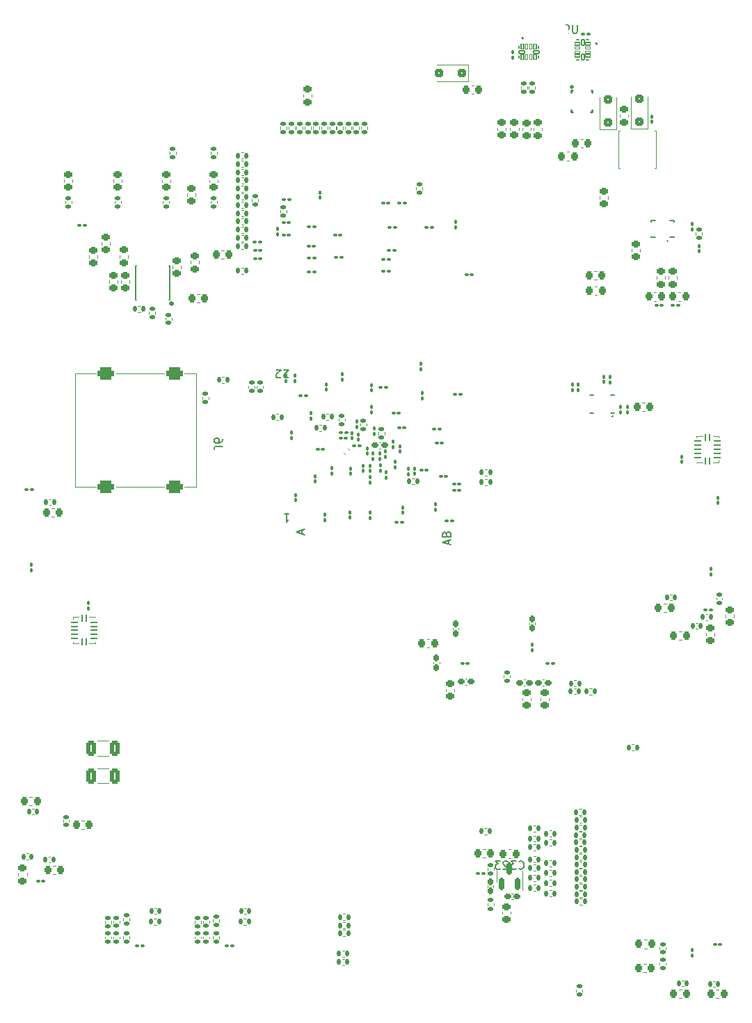
<source format=gbr>
%TF.GenerationSoftware,KiCad,Pcbnew,9.0.6-9.0.6~ubuntu22.04.1*%
%TF.CreationDate,2025-11-19T14:02:57+01:00*%
%TF.ProjectId,TRX055.01.01.PB.00.00,54525830-3535-42e3-9031-2e30312e5042,rev?*%
%TF.SameCoordinates,Original*%
%TF.FileFunction,Legend,Bot*%
%TF.FilePolarity,Positive*%
%FSLAX46Y46*%
G04 Gerber Fmt 4.6, Leading zero omitted, Abs format (unit mm)*
G04 Created by KiCad (PCBNEW 9.0.6-9.0.6~ubuntu22.04.1) date 2025-11-19 14:02:57*
%MOMM*%
%LPD*%
G01*
G04 APERTURE LIST*
G04 Aperture macros list*
%AMRoundRect*
0 Rectangle with rounded corners*
0 $1 Rounding radius*
0 $2 $3 $4 $5 $6 $7 $8 $9 X,Y pos of 4 corners*
0 Add a 4 corners polygon primitive as box body*
4,1,4,$2,$3,$4,$5,$6,$7,$8,$9,$2,$3,0*
0 Add four circle primitives for the rounded corners*
1,1,$1+$1,$2,$3*
1,1,$1+$1,$4,$5*
1,1,$1+$1,$6,$7*
1,1,$1+$1,$8,$9*
0 Add four rect primitives between the rounded corners*
20,1,$1+$1,$2,$3,$4,$5,0*
20,1,$1+$1,$4,$5,$6,$7,0*
20,1,$1+$1,$6,$7,$8,$9,0*
20,1,$1+$1,$8,$9,$2,$3,0*%
%AMFreePoly0*
4,1,7,0.300000,-0.300000,0.050000,-0.300000,0.050000,0.000000,-0.300000,0.000000,-0.300000,0.300000,0.300000,0.300000,0.300000,-0.300000,0.300000,-0.300000,$1*%
%AMFreePoly1*
4,1,7,0.300000,-0.300000,-0.300000,-0.300000,-0.300000,0.000000,0.050000,0.000000,0.050000,0.300000,0.300000,0.300000,0.300000,-0.300000,0.300000,-0.300000,$1*%
%AMFreePoly2*
4,1,7,-0.050000,0.000000,0.300000,0.000000,0.300000,-0.300000,-0.300000,-0.300000,-0.300000,0.300000,-0.050000,0.300000,-0.050000,0.000000,-0.050000,0.000000,$1*%
%AMFreePoly3*
4,1,7,0.300000,0.000000,-0.050000,0.000000,-0.050000,-0.300000,-0.300000,-0.300000,-0.300000,0.300000,0.300000,0.300000,0.300000,0.000000,0.300000,0.000000,$1*%
G04 Aperture macros list end*
%ADD10C,0.150000*%
%ADD11C,0.120000*%
%ADD12C,0.152500*%
%ADD13C,0.152000*%
%ADD14C,0.400000*%
%ADD15C,0.254000*%
%ADD16C,0.127000*%
%ADD17C,0.200000*%
%ADD18C,0.160000*%
%ADD19C,2.000000*%
%ADD20C,0.100000*%
%ADD21RoundRect,0.135000X-0.135000X-0.185000X0.135000X-0.185000X0.135000X0.185000X-0.135000X0.185000X0*%
%ADD22RoundRect,0.135000X0.185000X-0.135000X0.185000X0.135000X-0.185000X0.135000X-0.185000X-0.135000X0*%
%ADD23RoundRect,0.135000X0.135000X0.185000X-0.135000X0.185000X-0.135000X-0.185000X0.135000X-0.185000X0*%
%ADD24RoundRect,0.250000X0.325000X0.650000X-0.325000X0.650000X-0.325000X-0.650000X0.325000X-0.650000X0*%
%ADD25RoundRect,0.225000X0.225000X0.250000X-0.225000X0.250000X-0.225000X-0.250000X0.225000X-0.250000X0*%
%ADD26RoundRect,0.225000X-0.225000X-0.250000X0.225000X-0.250000X0.225000X0.250000X-0.225000X0.250000X0*%
%ADD27RoundRect,0.225000X-0.250000X0.225000X-0.250000X-0.225000X0.250000X-0.225000X0.250000X0.225000X0*%
%ADD28C,2.000000*%
%ADD29R,2.000000X2.000000*%
%ADD30C,1.500000*%
%ADD31C,6.300000*%
%ADD32O,1.188400X2.252400*%
%ADD33O,1.252400X2.752400*%
%ADD34R,3.000000X4.500000*%
%ADD35O,1.500000X2.550000*%
%ADD36C,3.250000*%
%ADD37R,1.500000X1.500000*%
%ADD38C,2.300000*%
%ADD39RoundRect,0.225000X0.250000X-0.225000X0.250000X0.225000X-0.250000X0.225000X-0.250000X-0.225000X0*%
%ADD40RoundRect,0.218750X0.218750X0.256250X-0.218750X0.256250X-0.218750X-0.256250X0.218750X-0.256250X0*%
%ADD41RoundRect,0.100000X-0.100000X0.130000X-0.100000X-0.130000X0.100000X-0.130000X0.100000X0.130000X0*%
%ADD42RoundRect,0.100000X0.130000X0.100000X-0.130000X0.100000X-0.130000X-0.100000X0.130000X-0.100000X0*%
%ADD43RoundRect,0.140000X-0.170000X0.140000X-0.170000X-0.140000X0.170000X-0.140000X0.170000X0.140000X0*%
%ADD44R,0.364000X0.665000*%
%ADD45R,3.400000X2.500000*%
%ADD46RoundRect,0.100000X0.100000X-0.130000X0.100000X0.130000X-0.100000X0.130000X-0.100000X-0.130000X0*%
%ADD47RoundRect,0.160000X0.160000X-0.222500X0.160000X0.222500X-0.160000X0.222500X-0.160000X-0.222500X0*%
%ADD48RoundRect,0.100000X-0.130000X-0.100000X0.130000X-0.100000X0.130000X0.100000X-0.130000X0.100000X0*%
%ADD49FreePoly0,270.000000*%
%ADD50R,0.250000X0.600000*%
%ADD51FreePoly1,270.000000*%
%ADD52R,2.400000X0.300000*%
%ADD53FreePoly2,270.000000*%
%ADD54FreePoly3,270.000000*%
%ADD55RoundRect,0.150000X0.150000X-0.587500X0.150000X0.587500X-0.150000X0.587500X-0.150000X-0.587500X0*%
%ADD56RoundRect,0.250000X0.300000X-0.300000X0.300000X0.300000X-0.300000X0.300000X-0.300000X-0.300000X0*%
%ADD57RoundRect,0.135000X-0.185000X0.135000X-0.185000X-0.135000X0.185000X-0.135000X0.185000X0.135000X0*%
%ADD58RoundRect,0.100000X-0.018372X-0.162980X0.162240X0.024048X0.018372X0.162980X-0.162240X-0.024048X0*%
%ADD59RoundRect,0.160000X0.222500X0.160000X-0.222500X0.160000X-0.222500X-0.160000X0.222500X-0.160000X0*%
%ADD60RoundRect,0.100000X-0.162635X0.021213X0.021213X-0.162635X0.162635X-0.021213X-0.021213X0.162635X0*%
%ADD61RoundRect,0.062500X-0.062500X-0.350000X0.062500X-0.350000X0.062500X0.350000X-0.062500X0.350000X0*%
%ADD62RoundRect,0.062500X-0.350000X-0.062500X0.350000X-0.062500X0.350000X0.062500X-0.350000X0.062500X0*%
%ADD63R,1.000000X1.500000*%
%ADD64RoundRect,0.160000X0.270468X-0.044194X-0.044194X0.270468X-0.270468X0.044194X0.044194X-0.270468X0*%
%ADD65RoundRect,0.218750X-0.256250X0.218750X-0.256250X-0.218750X0.256250X-0.218750X0.256250X0.218750X0*%
%ADD66RoundRect,0.140000X0.140000X0.170000X-0.140000X0.170000X-0.140000X-0.170000X0.140000X-0.170000X0*%
%ADD67RoundRect,0.140000X0.170000X-0.140000X0.170000X0.140000X-0.170000X0.140000X-0.170000X-0.140000X0*%
%ADD68RoundRect,0.100000X0.021213X0.162635X-0.162635X-0.021213X-0.021213X-0.162635X0.162635X0.021213X0*%
%ADD69R,3.700000X1.100000*%
%ADD70RoundRect,0.056750X0.320250X0.170250X-0.320250X0.170250X-0.320250X-0.170250X0.320250X-0.170250X0*%
%ADD71RoundRect,0.050500X0.326500X0.151500X-0.326500X0.151500X-0.326500X-0.151500X0.326500X-0.151500X0*%
%ADD72RoundRect,0.063000X0.189000X0.339000X-0.189000X0.339000X-0.189000X-0.339000X0.189000X-0.339000X0*%
%ADD73R,0.200000X0.595000*%
%ADD74R,0.595000X0.200000*%
%ADD75R,1.750000X0.950000*%
%ADD76RoundRect,0.056750X-0.170250X0.320250X-0.170250X-0.320250X0.170250X-0.320250X0.170250X0.320250X0*%
%ADD77RoundRect,0.050500X-0.151500X0.326500X-0.151500X-0.326500X0.151500X-0.326500X0.151500X0.326500X0*%
%ADD78RoundRect,0.063000X-0.339000X0.189000X-0.339000X-0.189000X0.339000X-0.189000X0.339000X0.189000X0*%
%ADD79RoundRect,0.218750X-0.218750X-0.256250X0.218750X-0.256250X0.218750X0.256250X-0.218750X0.256250X0*%
%ADD80RoundRect,0.218750X0.256250X-0.218750X0.256250X0.218750X-0.256250X0.218750X-0.256250X-0.218750X0*%
%ADD81RoundRect,0.140000X-0.140000X-0.170000X0.140000X-0.170000X0.140000X0.170000X-0.140000X0.170000X0*%
%ADD82RoundRect,0.160000X-0.222500X-0.160000X0.222500X-0.160000X0.222500X0.160000X-0.222500X0.160000X0*%
%ADD83RoundRect,0.100000X0.162635X-0.021213X-0.021213X0.162635X-0.162635X0.021213X0.021213X-0.162635X0*%
%ADD84RoundRect,0.100000X-0.021213X-0.162635X0.162635X0.021213X0.021213X0.162635X-0.162635X-0.021213X0*%
%ADD85R,0.200000X0.765000*%
%ADD86R,0.200000X0.665000*%
%ADD87R,0.665000X0.200000*%
%ADD88R,1.500000X0.800000*%
%ADD89RoundRect,0.362500X0.637500X-0.362500X0.637500X0.362500X-0.637500X0.362500X-0.637500X-0.362500X0*%
%ADD90RoundRect,0.250000X0.300000X0.300000X-0.300000X0.300000X-0.300000X-0.300000X0.300000X-0.300000X0*%
%ADD91RoundRect,0.062500X0.062500X0.350000X-0.062500X0.350000X-0.062500X-0.350000X0.062500X-0.350000X0*%
%ADD92RoundRect,0.062500X0.350000X0.062500X-0.350000X0.062500X-0.350000X-0.062500X0.350000X-0.062500X0*%
G04 APERTURE END LIST*
D10*
X94579686Y-90545179D02*
X95151114Y-90545179D01*
X94865400Y-90545179D02*
X94865400Y-91545179D01*
X94865400Y-91545179D02*
X94960638Y-91402322D01*
X94960638Y-91402322D02*
X95055876Y-91307084D01*
X95055876Y-91307084D02*
X95151114Y-91259465D01*
X114559104Y-94228094D02*
X114559104Y-93751904D01*
X114844819Y-94323332D02*
X113844819Y-93989999D01*
X113844819Y-93989999D02*
X114844819Y-93656666D01*
X114321009Y-92989999D02*
X114368628Y-92847142D01*
X114368628Y-92847142D02*
X114416247Y-92799523D01*
X114416247Y-92799523D02*
X114511485Y-92751904D01*
X114511485Y-92751904D02*
X114654342Y-92751904D01*
X114654342Y-92751904D02*
X114749580Y-92799523D01*
X114749580Y-92799523D02*
X114797200Y-92847142D01*
X114797200Y-92847142D02*
X114844819Y-92942380D01*
X114844819Y-92942380D02*
X114844819Y-93323332D01*
X114844819Y-93323332D02*
X113844819Y-93323332D01*
X113844819Y-93323332D02*
X113844819Y-92989999D01*
X113844819Y-92989999D02*
X113892438Y-92894761D01*
X113892438Y-92894761D02*
X113940057Y-92847142D01*
X113940057Y-92847142D02*
X114035295Y-92799523D01*
X114035295Y-92799523D02*
X114130533Y-92799523D01*
X114130533Y-92799523D02*
X114225771Y-92847142D01*
X114225771Y-92847142D02*
X114273390Y-92894761D01*
X114273390Y-92894761D02*
X114321009Y-92989999D01*
X114321009Y-92989999D02*
X114321009Y-93323332D01*
X95111904Y-73899942D02*
X95064285Y-73947561D01*
X95064285Y-73947561D02*
X94969047Y-73995180D01*
X94969047Y-73995180D02*
X94730952Y-73995180D01*
X94730952Y-73995180D02*
X94635714Y-73947561D01*
X94635714Y-73947561D02*
X94588095Y-73899942D01*
X94588095Y-73899942D02*
X94540476Y-73804704D01*
X94540476Y-73804704D02*
X94540476Y-73709466D01*
X94540476Y-73709466D02*
X94588095Y-73566609D01*
X94588095Y-73566609D02*
X95159523Y-72995180D01*
X95159523Y-72995180D02*
X94540476Y-72995180D01*
X94159523Y-73899942D02*
X94111904Y-73947561D01*
X94111904Y-73947561D02*
X94016666Y-73995180D01*
X94016666Y-73995180D02*
X93778571Y-73995180D01*
X93778571Y-73995180D02*
X93683333Y-73947561D01*
X93683333Y-73947561D02*
X93635714Y-73899942D01*
X93635714Y-73899942D02*
X93588095Y-73804704D01*
X93588095Y-73804704D02*
X93588095Y-73709466D01*
X93588095Y-73709466D02*
X93635714Y-73566609D01*
X93635714Y-73566609D02*
X94207142Y-72995180D01*
X94207142Y-72995180D02*
X93588095Y-72995180D01*
X96769104Y-92972694D02*
X96769104Y-92496504D01*
X97054819Y-93067932D02*
X96054819Y-92734599D01*
X96054819Y-92734599D02*
X97054819Y-92401266D01*
X130246904Y-31026819D02*
X130246904Y-31836342D01*
X130246904Y-31836342D02*
X130199285Y-31931580D01*
X130199285Y-31931580D02*
X130151666Y-31979200D01*
X130151666Y-31979200D02*
X130056428Y-32026819D01*
X130056428Y-32026819D02*
X129865952Y-32026819D01*
X129865952Y-32026819D02*
X129770714Y-31979200D01*
X129770714Y-31979200D02*
X129723095Y-31931580D01*
X129723095Y-31931580D02*
X129675476Y-31836342D01*
X129675476Y-31836342D02*
X129675476Y-31026819D01*
X129151666Y-32026819D02*
X128961190Y-32026819D01*
X128961190Y-32026819D02*
X128865952Y-31979200D01*
X128865952Y-31979200D02*
X128818333Y-31931580D01*
X128818333Y-31931580D02*
X128723095Y-31788723D01*
X128723095Y-31788723D02*
X128675476Y-31598247D01*
X128675476Y-31598247D02*
X128675476Y-31217295D01*
X128675476Y-31217295D02*
X128723095Y-31122057D01*
X128723095Y-31122057D02*
X128770714Y-31074438D01*
X128770714Y-31074438D02*
X128865952Y-31026819D01*
X128865952Y-31026819D02*
X129056428Y-31026819D01*
X129056428Y-31026819D02*
X129151666Y-31074438D01*
X129151666Y-31074438D02*
X129199285Y-31122057D01*
X129199285Y-31122057D02*
X129246904Y-31217295D01*
X129246904Y-31217295D02*
X129246904Y-31455390D01*
X129246904Y-31455390D02*
X129199285Y-31550628D01*
X129199285Y-31550628D02*
X129151666Y-31598247D01*
X129151666Y-31598247D02*
X129056428Y-31645866D01*
X129056428Y-31645866D02*
X128865952Y-31645866D01*
X128865952Y-31645866D02*
X128770714Y-31598247D01*
X128770714Y-31598247D02*
X128723095Y-31550628D01*
X128723095Y-31550628D02*
X128675476Y-31455390D01*
X123134047Y-133709580D02*
X123181666Y-133757200D01*
X123181666Y-133757200D02*
X123324523Y-133804819D01*
X123324523Y-133804819D02*
X123419761Y-133804819D01*
X123419761Y-133804819D02*
X123562618Y-133757200D01*
X123562618Y-133757200D02*
X123657856Y-133661961D01*
X123657856Y-133661961D02*
X123705475Y-133566723D01*
X123705475Y-133566723D02*
X123753094Y-133376247D01*
X123753094Y-133376247D02*
X123753094Y-133233390D01*
X123753094Y-133233390D02*
X123705475Y-133042914D01*
X123705475Y-133042914D02*
X123657856Y-132947676D01*
X123657856Y-132947676D02*
X123562618Y-132852438D01*
X123562618Y-132852438D02*
X123419761Y-132804819D01*
X123419761Y-132804819D02*
X123324523Y-132804819D01*
X123324523Y-132804819D02*
X123181666Y-132852438D01*
X123181666Y-132852438D02*
X123134047Y-132900057D01*
X122800713Y-132804819D02*
X122181666Y-132804819D01*
X122181666Y-132804819D02*
X122514999Y-133185771D01*
X122514999Y-133185771D02*
X122372142Y-133185771D01*
X122372142Y-133185771D02*
X122276904Y-133233390D01*
X122276904Y-133233390D02*
X122229285Y-133281009D01*
X122229285Y-133281009D02*
X122181666Y-133376247D01*
X122181666Y-133376247D02*
X122181666Y-133614342D01*
X122181666Y-133614342D02*
X122229285Y-133709580D01*
X122229285Y-133709580D02*
X122276904Y-133757200D01*
X122276904Y-133757200D02*
X122372142Y-133804819D01*
X122372142Y-133804819D02*
X122657856Y-133804819D01*
X122657856Y-133804819D02*
X122753094Y-133757200D01*
X122753094Y-133757200D02*
X122800713Y-133709580D01*
X121800713Y-132900057D02*
X121753094Y-132852438D01*
X121753094Y-132852438D02*
X121657856Y-132804819D01*
X121657856Y-132804819D02*
X121419761Y-132804819D01*
X121419761Y-132804819D02*
X121324523Y-132852438D01*
X121324523Y-132852438D02*
X121276904Y-132900057D01*
X121276904Y-132900057D02*
X121229285Y-132995295D01*
X121229285Y-132995295D02*
X121229285Y-133090533D01*
X121229285Y-133090533D02*
X121276904Y-133233390D01*
X121276904Y-133233390D02*
X121848332Y-133804819D01*
X121848332Y-133804819D02*
X121229285Y-133804819D01*
X120895951Y-132804819D02*
X120276904Y-132804819D01*
X120276904Y-132804819D02*
X120610237Y-133185771D01*
X120610237Y-133185771D02*
X120467380Y-133185771D01*
X120467380Y-133185771D02*
X120372142Y-133233390D01*
X120372142Y-133233390D02*
X120324523Y-133281009D01*
X120324523Y-133281009D02*
X120276904Y-133376247D01*
X120276904Y-133376247D02*
X120276904Y-133614342D01*
X120276904Y-133614342D02*
X120324523Y-133709580D01*
X120324523Y-133709580D02*
X120372142Y-133757200D01*
X120372142Y-133757200D02*
X120467380Y-133804819D01*
X120467380Y-133804819D02*
X120753094Y-133804819D01*
X120753094Y-133804819D02*
X120848332Y-133757200D01*
X120848332Y-133757200D02*
X120895951Y-133709580D01*
X87045180Y-82333333D02*
X86330895Y-82333333D01*
X86330895Y-82333333D02*
X86188038Y-82380952D01*
X86188038Y-82380952D02*
X86092800Y-82476190D01*
X86092800Y-82476190D02*
X86045180Y-82619047D01*
X86045180Y-82619047D02*
X86045180Y-82714285D01*
X87045180Y-81428571D02*
X87045180Y-81619047D01*
X87045180Y-81619047D02*
X86997561Y-81714285D01*
X86997561Y-81714285D02*
X86949942Y-81761904D01*
X86949942Y-81761904D02*
X86807085Y-81857142D01*
X86807085Y-81857142D02*
X86616609Y-81904761D01*
X86616609Y-81904761D02*
X86235657Y-81904761D01*
X86235657Y-81904761D02*
X86140419Y-81857142D01*
X86140419Y-81857142D02*
X86092800Y-81809523D01*
X86092800Y-81809523D02*
X86045180Y-81714285D01*
X86045180Y-81714285D02*
X86045180Y-81523809D01*
X86045180Y-81523809D02*
X86092800Y-81428571D01*
X86092800Y-81428571D02*
X86140419Y-81380952D01*
X86140419Y-81380952D02*
X86235657Y-81333333D01*
X86235657Y-81333333D02*
X86473752Y-81333333D01*
X86473752Y-81333333D02*
X86568990Y-81380952D01*
X86568990Y-81380952D02*
X86616609Y-81428571D01*
X86616609Y-81428571D02*
X86664228Y-81523809D01*
X86664228Y-81523809D02*
X86664228Y-81714285D01*
X86664228Y-81714285D02*
X86616609Y-81809523D01*
X86616609Y-81809523D02*
X86568990Y-81857142D01*
X86568990Y-81857142D02*
X86473752Y-81904761D01*
D11*
%TO.C,R166*%
X129816359Y-111590000D02*
X130123641Y-111590000D01*
X129816359Y-110830000D02*
X130123641Y-110830000D01*
%TO.C,R165*%
X129806359Y-112530000D02*
X130113641Y-112530000D01*
X129806359Y-111770000D02*
X130113641Y-111770000D01*
%TO.C,R164*%
X131706359Y-112540000D02*
X132013641Y-112540000D01*
X131706359Y-111780000D02*
X132013641Y-111780000D01*
%TO.C,R163*%
X122080000Y-110493641D02*
X122080000Y-110186359D01*
X121320000Y-110493641D02*
X121320000Y-110186359D01*
%TO.C,R162*%
X102013641Y-141980000D02*
X101706359Y-141980000D01*
X102013641Y-141220000D02*
X101706359Y-141220000D01*
%TO.C,C397*%
X73236252Y-121540000D02*
X71813748Y-121540000D01*
X73236252Y-123360000D02*
X71813748Y-123360000D01*
%TO.C,C396*%
X73236252Y-118190000D02*
X71813748Y-118190000D01*
X73236252Y-120010000D02*
X71813748Y-120010000D01*
%TO.C,C377*%
X129265580Y-47510000D02*
X128984420Y-47510000D01*
X129265580Y-46490000D02*
X128984420Y-46490000D01*
%TO.C,C376*%
X132359420Y-62890000D02*
X132640580Y-62890000D01*
X132359420Y-63910000D02*
X132640580Y-63910000D01*
%TO.C,C375*%
X132334420Y-60990000D02*
X132615580Y-60990000D01*
X132334420Y-62010000D02*
X132615580Y-62010000D01*
%TO.C,C374*%
X130659420Y-44890000D02*
X130940580Y-44890000D01*
X130659420Y-45910000D02*
X130940580Y-45910000D01*
%TO.C,C373*%
X117640580Y-39410000D02*
X117359420Y-39410000D01*
X117640580Y-38390000D02*
X117359420Y-38390000D01*
%TO.C,C372*%
X125910000Y-43559420D02*
X125910000Y-43840580D01*
X124890000Y-43559420D02*
X124890000Y-43840580D01*
%TO.C,C371*%
X124610000Y-43584420D02*
X124610000Y-43865580D01*
X123590000Y-43584420D02*
X123590000Y-43865580D01*
%TO.C,C370*%
X123110000Y-43534420D02*
X123110000Y-43815580D01*
X122090000Y-43534420D02*
X122090000Y-43815580D01*
%TO.C,C369*%
X121510000Y-43534420D02*
X121510000Y-43815580D01*
X120490000Y-43534420D02*
X120490000Y-43815580D01*
%TO.C,C325*%
X72310000Y-57775580D02*
X72310000Y-57494420D01*
X73330000Y-57775580D02*
X73330000Y-57494420D01*
%TO.C,FB18*%
X141062779Y-101490000D02*
X140737221Y-101490000D01*
X141062779Y-102510000D02*
X140737221Y-102510000D01*
%TO.C,R94*%
X85920000Y-140253641D02*
X85920000Y-139946359D01*
X86680000Y-140253641D02*
X86680000Y-139946359D01*
%TO.C,R129*%
X130793641Y-129270000D02*
X130486359Y-129270000D01*
X130793641Y-130030000D02*
X130486359Y-130030000D01*
%TO.C,R6*%
X101913641Y-143720000D02*
X101606359Y-143720000D01*
X101913641Y-144480000D02*
X101606359Y-144480000D01*
%TO.C,R127*%
X130793641Y-130170000D02*
X130486359Y-130170000D01*
X130793641Y-130930000D02*
X130486359Y-130930000D01*
%TO.C,C241*%
X73790000Y-142012164D02*
X73790000Y-142227836D01*
X74510000Y-142012164D02*
X74510000Y-142227836D01*
%TO.C,C212*%
X140290000Y-143322164D02*
X140290000Y-143537836D01*
X141010000Y-143322164D02*
X141010000Y-143537836D01*
D12*
%TO.C,U31*%
X76499000Y-60331500D02*
X76499000Y-63830000D01*
X76499000Y-64483500D02*
X76499000Y-60985000D01*
D13*
X76588000Y-60331500D02*
X76499000Y-60331500D01*
X76588000Y-64483500D02*
X76499000Y-64483500D01*
X80651000Y-60331500D02*
X80562000Y-60331500D01*
D12*
X80651000Y-60331500D02*
X80651000Y-63830000D01*
D13*
X80651000Y-64483500D02*
X80562000Y-64483500D01*
D12*
X80651000Y-64483500D02*
X80651000Y-60985000D01*
D14*
X80961000Y-64947500D02*
G75*
G02*
X80761000Y-64947500I-100000J0D01*
G01*
X80761000Y-64947500D02*
G75*
G02*
X80961000Y-64947500I100000J0D01*
G01*
D11*
%TO.C,R39*%
X102949000Y-43728641D02*
X102949000Y-43421359D01*
X103709000Y-43728641D02*
X103709000Y-43421359D01*
%TO.C,FB41*%
X115070000Y-104622700D02*
X115070000Y-104422300D01*
X115790000Y-104622700D02*
X115790000Y-104422300D01*
%TO.C,R109*%
X119253641Y-128820000D02*
X118946359Y-128820000D01*
X119253641Y-129580000D02*
X118946359Y-129580000D01*
%TO.C,R52*%
X106037000Y-80885641D02*
X106037000Y-80578359D01*
X106797000Y-80885641D02*
X106797000Y-80578359D01*
%TO.C,R35*%
X102005000Y-43720641D02*
X102005000Y-43413359D01*
X102765000Y-43720641D02*
X102765000Y-43413359D01*
D15*
%TO.C,U27*%
X129480000Y-39075000D02*
X129480000Y-39238000D01*
X129480000Y-41362000D02*
X129480000Y-41645000D01*
X129480000Y-41645000D02*
X129709500Y-41645000D01*
X129674500Y-39035000D02*
X129470000Y-39035000D01*
X131890500Y-41645000D02*
X132080000Y-41645000D01*
X132080000Y-39035000D02*
X131916500Y-39035000D01*
X132080000Y-39248500D02*
X132080000Y-39035000D01*
X132080000Y-41645000D02*
X132080000Y-41381500D01*
X129704500Y-38585000D02*
G75*
G02*
X129435500Y-38585000I-134500J0D01*
G01*
X129435500Y-38585000D02*
G75*
G02*
X129704500Y-38585000I134500J0D01*
G01*
D11*
%TO.C,U18*%
X120440000Y-134662500D02*
X120440000Y-134012500D01*
X120440000Y-134662500D02*
X120440000Y-135312500D01*
X123560000Y-134662500D02*
X123560000Y-134012500D01*
X123560000Y-134662500D02*
X123560000Y-136337500D01*
%TO.C,FB44*%
X124420000Y-104010200D02*
X124420000Y-103809800D01*
X125140000Y-104010200D02*
X125140000Y-103809800D01*
%TO.C,R37*%
X98090000Y-43710641D02*
X98090000Y-43403359D01*
X98850000Y-43710641D02*
X98850000Y-43403359D01*
%TO.C,R53*%
X103834000Y-79836641D02*
X103834000Y-79529359D01*
X104594000Y-79836641D02*
X104594000Y-79529359D01*
%TO.C,C146*%
X85490000Y-50165580D02*
X85490000Y-49884420D01*
X86510000Y-50165580D02*
X86510000Y-49884420D01*
%TO.C,D1*%
X133000000Y-43710000D02*
X133000000Y-39850000D01*
X135000000Y-43710000D02*
X133000000Y-43710000D01*
X135000000Y-43710000D02*
X135000000Y-39850000D01*
%TO.C,R86*%
X119320000Y-133633859D02*
X119320000Y-133941141D01*
X120080000Y-133633859D02*
X120080000Y-133941141D01*
%TO.C,R46*%
X103949000Y-43728641D02*
X103949000Y-43421359D01*
X104709000Y-43728641D02*
X104709000Y-43421359D01*
%TO.C,FB11*%
X106304700Y-81840000D02*
X106104300Y-81840000D01*
X106304700Y-82560000D02*
X106104300Y-82560000D01*
%TO.C,R156*%
X118976359Y-86300000D02*
X119283641Y-86300000D01*
X118976359Y-87060000D02*
X119283641Y-87060000D01*
%TO.C,C231*%
X136890000Y-58615580D02*
X136890000Y-58334420D01*
X137910000Y-58615580D02*
X137910000Y-58334420D01*
%TO.C,R33*%
X101005000Y-43720641D02*
X101005000Y-43413359D01*
X101765000Y-43720641D02*
X101765000Y-43413359D01*
%TO.C,U19*%
X144765000Y-81052500D02*
X144765000Y-81277500D01*
X145490000Y-81052500D02*
X144765000Y-81052500D01*
X145490000Y-84272500D02*
X144765000Y-84272500D01*
X146760000Y-81052500D02*
X147485000Y-81052500D01*
X146760000Y-84272500D02*
X147485000Y-84272500D01*
X147485000Y-81052500D02*
X147485000Y-81277500D01*
X147485000Y-84272500D02*
X147485000Y-84047500D01*
%TO.C,FB6*%
X101992294Y-83270411D02*
X101850589Y-83128706D01*
X102501411Y-82761294D02*
X102359706Y-82619589D01*
%TO.C,R115*%
X130813641Y-135570000D02*
X130506359Y-135570000D01*
X130813641Y-136330000D02*
X130506359Y-136330000D01*
%TO.C,FB3*%
X70840000Y-59087221D02*
X70840000Y-59412779D01*
X71860000Y-59087221D02*
X71860000Y-59412779D01*
%TO.C,R152*%
X110106359Y-86200000D02*
X110413641Y-86200000D01*
X110106359Y-86960000D02*
X110413641Y-86960000D01*
%TO.C,R92*%
X83695000Y-140086361D02*
X83695000Y-140393643D01*
X84455000Y-140086361D02*
X84455000Y-140393643D01*
%TO.C,C208*%
X64117836Y-126450000D02*
X63902164Y-126450000D01*
X64117836Y-127170000D02*
X63902164Y-127170000D01*
%TO.C,C188*%
X140290000Y-145452836D02*
X140290000Y-145237164D01*
X141010000Y-145452836D02*
X141010000Y-145237164D01*
%TO.C,FB12*%
X112740000Y-108800200D02*
X112740000Y-108599800D01*
X113460000Y-108800200D02*
X113460000Y-108599800D01*
%TO.C,FB31*%
X138687779Y-142415000D02*
X138362221Y-142415000D01*
X138687779Y-143435000D02*
X138362221Y-143435000D01*
%TO.C,L16*%
X135290000Y-43940000D02*
X135290000Y-48460000D01*
X135290000Y-43940000D02*
X135440000Y-43940000D01*
X135290000Y-48460000D02*
X135440000Y-48460000D01*
X139810000Y-43940000D02*
X139660000Y-43940000D01*
X139810000Y-43940000D02*
X139810000Y-48460000D01*
X139810000Y-48460000D02*
X139660000Y-48460000D01*
%TO.C,FB4*%
X74720000Y-62107221D02*
X74720000Y-62432779D01*
X75740000Y-62107221D02*
X75740000Y-62432779D01*
%TO.C,R40*%
X89643641Y-49570000D02*
X89336359Y-49570000D01*
X89643641Y-50330000D02*
X89336359Y-50330000D01*
%TO.C,R44*%
X89643641Y-57570000D02*
X89336359Y-57570000D01*
X89643641Y-58330000D02*
X89336359Y-58330000D01*
%TO.C,C142*%
X79690000Y-50165580D02*
X79690000Y-49884420D01*
X80710000Y-50165580D02*
X80710000Y-49884420D01*
%TO.C,C138*%
X73790000Y-50140580D02*
X73790000Y-49859420D01*
X74810000Y-50140580D02*
X74810000Y-49859420D01*
%TO.C,R131*%
X130803641Y-128370000D02*
X130496359Y-128370000D01*
X130803641Y-129130000D02*
X130496359Y-129130000D01*
%TO.C,C169*%
X123540000Y-112959420D02*
X123540000Y-113240580D01*
X124560000Y-112959420D02*
X124560000Y-113240580D01*
%TO.C,C242*%
X79037836Y-138540000D02*
X78822164Y-138540000D01*
X79037836Y-139260000D02*
X78822164Y-139260000D01*
%TO.C,C289*%
X80140000Y-66692164D02*
X80140000Y-66907836D01*
X80860000Y-66692164D02*
X80860000Y-66907836D01*
%TO.C,C251*%
X89962836Y-138540000D02*
X89747164Y-138540000D01*
X89962836Y-139260000D02*
X89747164Y-139260000D01*
%TO.C,R117*%
X130803641Y-134670000D02*
X130496359Y-134670000D01*
X130803641Y-135430000D02*
X130496359Y-135430000D01*
%TO.C,R16*%
X94087000Y-43716641D02*
X94087000Y-43409359D01*
X94847000Y-43716641D02*
X94847000Y-43409359D01*
%TO.C,R160*%
X85620000Y-46753641D02*
X85620000Y-46446359D01*
X86380000Y-46753641D02*
X86380000Y-46446359D01*
D16*
%TO.C,U9*%
X130150000Y-32855000D02*
X130470000Y-32855000D01*
X130150000Y-35245000D02*
X130470000Y-35245000D01*
X131650000Y-32855000D02*
X131330000Y-32855000D01*
X131650000Y-35245000D02*
X131330000Y-35245000D01*
D17*
X132685000Y-33300000D02*
G75*
G02*
X132485000Y-33300000I-100000J0D01*
G01*
X132485000Y-33300000D02*
G75*
G02*
X132685000Y-33300000I100000J0D01*
G01*
D11*
%TO.C,R122*%
X125203641Y-133270000D02*
X124896359Y-133270000D01*
X125203641Y-134030000D02*
X124896359Y-134030000D01*
%TO.C,C176*%
X119065580Y-131390000D02*
X118784420Y-131390000D01*
X119065580Y-132410000D02*
X118784420Y-132410000D01*
D12*
%TO.C,U26*%
X131824000Y-76124000D02*
X132235500Y-76124000D01*
X131824000Y-78276000D02*
X132235500Y-78276000D01*
X134776000Y-76124000D02*
X134364500Y-76124000D01*
X134776000Y-78276000D02*
X134364500Y-78276000D01*
D18*
X134580000Y-78700000D02*
G75*
G02*
X134420000Y-78700000I-80000J0D01*
G01*
X134420000Y-78700000D02*
G75*
G02*
X134580000Y-78700000I80000J0D01*
G01*
D11*
%TO.C,R93*%
X85920000Y-142263641D02*
X85920000Y-141956359D01*
X86680000Y-142263641D02*
X86680000Y-141956359D01*
%TO.C,R130*%
X127153641Y-130220000D02*
X126846359Y-130220000D01*
X127153641Y-130980000D02*
X126846359Y-130980000D01*
%TO.C,C171*%
X125740000Y-112959420D02*
X125740000Y-113240580D01*
X126760000Y-112959420D02*
X126760000Y-113240580D01*
%TO.C,FB16*%
X122450200Y-136777500D02*
X122249800Y-136777500D01*
X122450200Y-137497500D02*
X122249800Y-137497500D01*
%TO.C,R145*%
X93586359Y-78410000D02*
X93893641Y-78410000D01*
X93586359Y-79170000D02*
X93893641Y-79170000D01*
%TO.C,R10*%
X89643641Y-53570000D02*
X89336359Y-53570000D01*
X89643641Y-54330000D02*
X89336359Y-54330000D01*
%TO.C,R132*%
X125203641Y-129720000D02*
X124896359Y-129720000D01*
X125203641Y-130480000D02*
X124896359Y-130480000D01*
%TO.C,R95*%
X144670000Y-56286359D02*
X144670000Y-56593641D01*
X145430000Y-56286359D02*
X145430000Y-56593641D01*
D16*
%TO.C,U20*%
X123155000Y-33550000D02*
X123155000Y-33870000D01*
X123155000Y-35050000D02*
X123155000Y-34730000D01*
X125545000Y-33550000D02*
X125545000Y-33870000D01*
X125545000Y-35050000D02*
X125545000Y-34730000D01*
D17*
X123700000Y-32615000D02*
G75*
G02*
X123500000Y-32615000I-100000J0D01*
G01*
X123500000Y-32615000D02*
G75*
G02*
X123700000Y-32615000I100000J0D01*
G01*
D11*
%TO.C,FB32*%
X66257221Y-89890000D02*
X66582779Y-89890000D01*
X66257221Y-90910000D02*
X66582779Y-90910000D01*
%TO.C,FB19*%
X138625279Y-145315000D02*
X138299721Y-145315000D01*
X138625279Y-146335000D02*
X138299721Y-146335000D01*
%TO.C,R70*%
X99143641Y-79720000D02*
X98836359Y-79720000D01*
X99143641Y-80480000D02*
X98836359Y-80480000D01*
%TO.C,C150*%
X96890000Y-39765580D02*
X96890000Y-39484420D01*
X97910000Y-39765580D02*
X97910000Y-39484420D01*
%TO.C,R113*%
X130813641Y-136470000D02*
X130506359Y-136470000D01*
X130813641Y-137230000D02*
X130506359Y-137230000D01*
%TO.C,C323*%
X121874420Y-131410000D02*
X122155580Y-131410000D01*
X121874420Y-132430000D02*
X122155580Y-132430000D01*
%TO.C,FB35*%
X141390000Y-61962779D02*
X141390000Y-61637221D01*
X142410000Y-61962779D02*
X142410000Y-61637221D01*
%TO.C,C216*%
X65892164Y-132280000D02*
X66107836Y-132280000D01*
X65892164Y-133000000D02*
X66107836Y-133000000D01*
%TO.C,R11*%
X89643641Y-46570000D02*
X89336359Y-46570000D01*
X89643641Y-47330000D02*
X89336359Y-47330000D01*
%TO.C,C192*%
X67670000Y-128027836D02*
X67670000Y-127812164D01*
X68390000Y-128027836D02*
X68390000Y-127812164D01*
%TO.C,C194*%
X147190000Y-100787164D02*
X147190000Y-101002836D01*
X147910000Y-100787164D02*
X147910000Y-101002836D01*
%TO.C,FB34*%
X139890000Y-61962779D02*
X139890000Y-61637221D01*
X140910000Y-61962779D02*
X140910000Y-61637221D01*
%TO.C,R31*%
X97090000Y-43710641D02*
X97090000Y-43403359D01*
X97850000Y-43710641D02*
X97850000Y-43403359D01*
%TO.C,R136*%
X125203641Y-128470000D02*
X124896359Y-128470000D01*
X125203641Y-129230000D02*
X124896359Y-129230000D01*
%TO.C,C165*%
X112240580Y-105790000D02*
X111959420Y-105790000D01*
X112240580Y-106810000D02*
X111959420Y-106810000D01*
%TO.C,C214*%
X65972164Y-88770000D02*
X66187836Y-88770000D01*
X65972164Y-89490000D02*
X66187836Y-89490000D01*
%TO.C,R153*%
X91240000Y-75253641D02*
X91240000Y-74946359D01*
X92000000Y-75253641D02*
X92000000Y-74946359D01*
%TO.C,R15*%
X89643641Y-48570000D02*
X89336359Y-48570000D01*
X89643641Y-49330000D02*
X89336359Y-49330000D01*
%TO.C,R128*%
X125203641Y-130770000D02*
X124896359Y-130770000D01*
X125203641Y-131530000D02*
X124896359Y-131530000D01*
%TO.C,FB1*%
X74590000Y-59049721D02*
X74590000Y-59375279D01*
X75610000Y-59049721D02*
X75610000Y-59375279D01*
%TO.C,FB14*%
X123749800Y-110740000D02*
X123950200Y-110740000D01*
X123749800Y-111460000D02*
X123950200Y-111460000D01*
%TO.C,R124*%
X127153641Y-132720000D02*
X126846359Y-132720000D01*
X127153641Y-133480000D02*
X126846359Y-133480000D01*
%TO.C,R143*%
X119320000Y-138253641D02*
X119320000Y-137946359D01*
X120080000Y-138253641D02*
X120080000Y-137946359D01*
%TO.C,C134*%
X67790000Y-50140580D02*
X67790000Y-49859420D01*
X68810000Y-50140580D02*
X68810000Y-49859420D01*
%TO.C,C196*%
X146797164Y-147415000D02*
X147012836Y-147415000D01*
X146797164Y-148135000D02*
X147012836Y-148135000D01*
%TO.C,R155*%
X118976359Y-85140000D02*
X119283641Y-85140000D01*
X118976359Y-85900000D02*
X119283641Y-85900000D01*
%TO.C,FB40*%
X138137221Y-77040000D02*
X138462779Y-77040000D01*
X138137221Y-78060000D02*
X138462779Y-78060000D01*
%TO.C,R59*%
X67940000Y-52753641D02*
X67940000Y-52446359D01*
X68700000Y-52753641D02*
X68700000Y-52446359D01*
%TO.C,R126*%
X125203641Y-132220000D02*
X124896359Y-132220000D01*
X125203641Y-132980000D02*
X124896359Y-132980000D01*
%TO.C,FB21*%
X69907221Y-127920000D02*
X70232779Y-127920000D01*
X69907221Y-128940000D02*
X70232779Y-128940000D01*
%TO.C,C227*%
X139865580Y-63590000D02*
X139584420Y-63590000D01*
X139865580Y-64610000D02*
X139584420Y-64610000D01*
%TO.C,R119*%
X130803641Y-133770000D02*
X130496359Y-133770000D01*
X130803641Y-134530000D02*
X130496359Y-134530000D01*
%TO.C,C286*%
X135390000Y-42240580D02*
X135390000Y-41959420D01*
X136410000Y-42240580D02*
X136410000Y-41959420D01*
%TO.C,R36*%
X96087000Y-43716641D02*
X96087000Y-43409359D01*
X96847000Y-43716641D02*
X96847000Y-43409359D01*
%TO.C,FB23*%
X147137221Y-148490000D02*
X147462779Y-148490000D01*
X147137221Y-149510000D02*
X147462779Y-149510000D01*
%TO.C,C252*%
X83715000Y-142012164D02*
X83715000Y-142227836D01*
X84435000Y-142012164D02*
X84435000Y-142227836D01*
%TO.C,C164*%
X114290000Y-111859420D02*
X114290000Y-112140580D01*
X115310000Y-111859420D02*
X115310000Y-112140580D01*
%TO.C,C174*%
X121140000Y-138996920D02*
X121140000Y-139278080D01*
X122160000Y-138996920D02*
X122160000Y-139278080D01*
%TO.C,R121*%
X130803641Y-132870000D02*
X130496359Y-132870000D01*
X130803641Y-133630000D02*
X130496359Y-133630000D01*
%TO.C,R69*%
X101220000Y-78946359D02*
X101220000Y-79253641D01*
X101980000Y-78946359D02*
X101980000Y-79253641D01*
%TO.C,FB22*%
X148290000Y-102837221D02*
X148290000Y-103162779D01*
X149310000Y-102837221D02*
X149310000Y-103162779D01*
%TO.C,R48*%
X94110000Y-53596359D02*
X94110000Y-53903641D01*
X94870000Y-53596359D02*
X94870000Y-53903641D01*
%TO.C,FB26*%
X145940000Y-105037221D02*
X145940000Y-105362779D01*
X146960000Y-105037221D02*
X146960000Y-105362779D01*
%TO.C,FB33*%
X66437221Y-133390000D02*
X66762779Y-133390000D01*
X66437221Y-134410000D02*
X66762779Y-134410000D01*
%TO.C,FB15*%
X125999800Y-110740000D02*
X126200200Y-110740000D01*
X125999800Y-111460000D02*
X126200200Y-111460000D01*
%TO.C,R159*%
X99686359Y-78350000D02*
X99993641Y-78350000D01*
X99686359Y-79110000D02*
X99993641Y-79110000D01*
D17*
%TO.C,U22*%
X139228500Y-54866500D02*
X139228500Y-54966500D01*
X139228500Y-56771500D02*
X139228500Y-56898500D01*
X139228500Y-56898500D02*
X139736500Y-56898500D01*
X139736500Y-54866500D02*
X139228500Y-54866500D01*
X141541500Y-54866500D02*
X142022500Y-54866500D01*
X142022500Y-54866500D02*
X142022500Y-54966500D01*
X142022500Y-56798500D02*
X142022500Y-56898500D01*
X142022500Y-56898500D02*
X141541500Y-56898500D01*
D10*
X141299500Y-57322500D02*
G75*
G02*
X141150500Y-57322500I-74500J0D01*
G01*
X141150500Y-57322500D02*
G75*
G02*
X141299500Y-57322500I74500J0D01*
G01*
D11*
%TO.C,R68*%
X85620000Y-52753641D02*
X85620000Y-52446359D01*
X86380000Y-52753641D02*
X86380000Y-52446359D01*
%TO.C,R133*%
X130803641Y-127420000D02*
X130496359Y-127420000D01*
X130803641Y-128180000D02*
X130496359Y-128180000D01*
%TO.C,R1*%
X79013641Y-139820000D02*
X78706359Y-139820000D01*
X79013641Y-140580000D02*
X78706359Y-140580000D01*
%TO.C,R135*%
X130778641Y-126495000D02*
X130471359Y-126495000D01*
X130778641Y-127255000D02*
X130471359Y-127255000D01*
%TO.C,R150*%
X84590000Y-76603641D02*
X84590000Y-76296359D01*
X85350000Y-76603641D02*
X85350000Y-76296359D01*
%TO.C,R116*%
X127153641Y-135120000D02*
X126846359Y-135120000D01*
X127153641Y-135880000D02*
X126846359Y-135880000D01*
%TO.C,R38*%
X100105000Y-43720641D02*
X100105000Y-43413359D01*
X100865000Y-43720641D02*
X100865000Y-43413359D01*
%TO.C,R125*%
X130803641Y-131070000D02*
X130496359Y-131070000D01*
X130803641Y-131830000D02*
X130496359Y-131830000D01*
%TO.C,C284*%
X133000000Y-51889420D02*
X133000000Y-52170580D01*
X134020000Y-51889420D02*
X134020000Y-52170580D01*
%TO.C,C210*%
X144667164Y-103815000D02*
X144882836Y-103815000D01*
X144667164Y-104535000D02*
X144882836Y-104535000D01*
%TO.C,R96*%
X130120000Y-148431359D02*
X130120000Y-148738641D01*
X130880000Y-148431359D02*
X130880000Y-148738641D01*
%TO.C,R111*%
X130823641Y-137370000D02*
X130516359Y-137370000D01*
X130823641Y-138130000D02*
X130516359Y-138130000D01*
%TO.C,C229*%
X142534420Y-63590000D02*
X142815580Y-63590000D01*
X142534420Y-64610000D02*
X142815580Y-64610000D01*
%TO.C,R97*%
X136846359Y-118620000D02*
X137153641Y-118620000D01*
X136846359Y-119380000D02*
X137153641Y-119380000D01*
%TO.C,R112*%
X127153641Y-136370000D02*
X126846359Y-136370000D01*
X127153641Y-137130000D02*
X126846359Y-137130000D01*
%TO.C,C255*%
X84715000Y-142012164D02*
X84715000Y-142227836D01*
X85435000Y-142012164D02*
X85435000Y-142227836D01*
%TO.C,C288*%
X80990000Y-60359420D02*
X80990000Y-60640580D01*
X82010000Y-60359420D02*
X82010000Y-60640580D01*
%TO.C,R13*%
X89643641Y-50570000D02*
X89336359Y-50570000D01*
X89643641Y-51330000D02*
X89336359Y-51330000D01*
%TO.C,R51*%
X90670000Y-52196359D02*
X90670000Y-52503641D01*
X91430000Y-52196359D02*
X91430000Y-52503641D01*
%TO.C,R107*%
X78120000Y-66253641D02*
X78120000Y-65946359D01*
X78880000Y-66253641D02*
X78880000Y-65946359D01*
%TO.C,C243*%
X72790000Y-142012164D02*
X72790000Y-142227836D01*
X73510000Y-142012164D02*
X73510000Y-142227836D01*
%TO.C,R42*%
X89643641Y-52570000D02*
X89336359Y-52570000D01*
X89643641Y-53330000D02*
X89336359Y-53330000D01*
%TO.C,R3*%
X74995000Y-140053641D02*
X74995000Y-139746359D01*
X75755000Y-140053641D02*
X75755000Y-139746359D01*
%TO.C,R7*%
X102013641Y-140270000D02*
X101706359Y-140270000D01*
X102013641Y-141030000D02*
X101706359Y-141030000D01*
%TO.C,R8*%
X102013641Y-139270000D02*
X101706359Y-139270000D01*
X102013641Y-140030000D02*
X101706359Y-140030000D01*
%TO.C,J6*%
X69140000Y-87260000D02*
X69140000Y-73440000D01*
X71640000Y-73440000D02*
X69140000Y-73440000D01*
X71640000Y-87260000D02*
X69140000Y-87260000D01*
X74160000Y-87260000D02*
X79940000Y-87260000D01*
X79940000Y-73440000D02*
X74160000Y-73440000D01*
X83860000Y-73440000D02*
X82460000Y-73440000D01*
X83860000Y-87260000D02*
X82460000Y-87260000D01*
X83860000Y-87260000D02*
X83860000Y-73440000D01*
%TO.C,R134*%
X127153641Y-129095000D02*
X126846359Y-129095000D01*
X127153641Y-129855000D02*
X126846359Y-129855000D01*
%TO.C,FB5*%
X83190000Y-60100279D02*
X83190000Y-59774721D01*
X84210000Y-60100279D02*
X84210000Y-59774721D01*
%TO.C,R62*%
X73940000Y-52753641D02*
X73940000Y-52446359D01*
X74700000Y-52753641D02*
X74700000Y-52446359D01*
%TO.C,C148*%
X87210580Y-58439000D02*
X86929420Y-58439000D01*
X87210580Y-59459000D02*
X86929420Y-59459000D01*
%TO.C,C326*%
X82790000Y-51559420D02*
X82790000Y-51840580D01*
X83810000Y-51559420D02*
X83810000Y-51840580D01*
%TO.C,R17*%
X123366000Y-38791641D02*
X123366000Y-38484359D01*
X124126000Y-38791641D02*
X124126000Y-38484359D01*
%TO.C,R30*%
X89643641Y-47570000D02*
X89336359Y-47570000D01*
X89643641Y-48330000D02*
X89336359Y-48330000D01*
%TO.C,R41*%
X89643641Y-51570000D02*
X89336359Y-51570000D01*
X89643641Y-52330000D02*
X89336359Y-52330000D01*
%TO.C,C202*%
X146107836Y-102765000D02*
X145892164Y-102765000D01*
X146107836Y-103485000D02*
X145892164Y-103485000D01*
%TO.C,FB25*%
X62230000Y-134277221D02*
X62230000Y-134602779D01*
X63250000Y-134277221D02*
X63250000Y-134602779D01*
%TO.C,R65*%
X79820000Y-52753641D02*
X79820000Y-52446359D01*
X80580000Y-52753641D02*
X80580000Y-52446359D01*
%TO.C,FB30*%
X142925279Y-104865000D02*
X142599721Y-104865000D01*
X142925279Y-105885000D02*
X142599721Y-105885000D01*
%TO.C,C200*%
X63212164Y-131910000D02*
X63427836Y-131910000D01*
X63212164Y-132630000D02*
X63427836Y-132630000D01*
%TO.C,R43*%
X89643641Y-60570000D02*
X89336359Y-60570000D01*
X89643641Y-61330000D02*
X89336359Y-61330000D01*
%TO.C,R114*%
X125203641Y-135720000D02*
X124896359Y-135720000D01*
X125203641Y-136480000D02*
X124896359Y-136480000D01*
%TO.C,R9*%
X89643641Y-54570000D02*
X89336359Y-54570000D01*
X89643641Y-55330000D02*
X89336359Y-55330000D01*
%TO.C,R50*%
X110648596Y-50796359D02*
X110648596Y-51103641D01*
X111408596Y-50796359D02*
X111408596Y-51103641D01*
%TO.C,R91*%
X89938641Y-139820000D02*
X89631359Y-139820000D01*
X89938641Y-140580000D02*
X89631359Y-140580000D01*
%TO.C,FB2*%
X83949721Y-63790000D02*
X84275279Y-63790000D01*
X83949721Y-64810000D02*
X84275279Y-64810000D01*
%TO.C,R14*%
X124369000Y-38793641D02*
X124369000Y-38486359D01*
X125129000Y-38793641D02*
X125129000Y-38486359D01*
%TO.C,R161*%
X80620000Y-46753641D02*
X80620000Y-46446359D01*
X81380000Y-46753641D02*
X81380000Y-46446359D01*
%TO.C,R123*%
X130803641Y-131970000D02*
X130496359Y-131970000D01*
X130803641Y-132730000D02*
X130496359Y-132730000D01*
%TO.C,C324*%
X73240000Y-62139420D02*
X73240000Y-62420580D01*
X74260000Y-62139420D02*
X74260000Y-62420580D01*
%TO.C,R108*%
X77053641Y-65220000D02*
X76746359Y-65220000D01*
X77053641Y-65980000D02*
X76746359Y-65980000D01*
%TO.C,R32*%
X99105000Y-43720641D02*
X99105000Y-43413359D01*
X99865000Y-43720641D02*
X99865000Y-43413359D01*
%TO.C,R118*%
X125203641Y-134470000D02*
X124896359Y-134470000D01*
X125203641Y-135230000D02*
X124896359Y-135230000D01*
%TO.C,C254*%
X84715000Y-140112164D02*
X84715000Y-140327836D01*
X85435000Y-140112164D02*
X85435000Y-140327836D01*
%TO.C,R34*%
X95087000Y-43716641D02*
X95087000Y-43409359D01*
X95847000Y-43716641D02*
X95847000Y-43409359D01*
%TO.C,D5*%
X136800000Y-43660000D02*
X136800000Y-39800000D01*
X138800000Y-43660000D02*
X136800000Y-43660000D01*
X138800000Y-43660000D02*
X138800000Y-39800000D01*
%TO.C,R120*%
X127143641Y-133870000D02*
X126836359Y-133870000D01*
X127143641Y-134630000D02*
X126836359Y-134630000D01*
%TO.C,FB17*%
X119340000Y-136002700D02*
X119340000Y-135802300D01*
X120060000Y-136002700D02*
X120060000Y-135802300D01*
%TO.C,D2*%
X117010000Y-35900000D02*
X113150000Y-35900000D01*
X117010000Y-35900000D02*
X117010000Y-37900000D01*
X117010000Y-37900000D02*
X113150000Y-37900000D01*
%TO.C,C237*%
X73790000Y-140112164D02*
X73790000Y-140327836D01*
X74510000Y-140112164D02*
X74510000Y-140327836D01*
%TO.C,R4*%
X72770000Y-140086361D02*
X72770000Y-140393643D01*
X73530000Y-140086361D02*
X73530000Y-140393643D01*
%TO.C,R149*%
X90240000Y-74946359D02*
X90240000Y-75253641D01*
X91000000Y-74946359D02*
X91000000Y-75253641D01*
%TO.C,FB29*%
X63912779Y-125020000D02*
X63587221Y-125020000D01*
X63912779Y-126040000D02*
X63587221Y-126040000D01*
%TO.C,R45*%
X89643641Y-56570000D02*
X89336359Y-56570000D01*
X89643641Y-57330000D02*
X89336359Y-57330000D01*
%TO.C,FB27*%
X142925279Y-148490000D02*
X142599721Y-148490000D01*
X142925279Y-149510000D02*
X142599721Y-149510000D01*
%TO.C,FB13*%
X116800200Y-110640000D02*
X116599800Y-110640000D01*
X116800200Y-111360000D02*
X116599800Y-111360000D01*
%TO.C,R146*%
X86986359Y-73860000D02*
X87293641Y-73860000D01*
X86986359Y-74620000D02*
X87293641Y-74620000D01*
%TO.C,R47*%
X89643641Y-55570000D02*
X89336359Y-55570000D01*
X89643641Y-56330000D02*
X89336359Y-56330000D01*
%TO.C,U23*%
X68865000Y-103127500D02*
X68865000Y-103352500D01*
X68865000Y-106347500D02*
X68865000Y-106122500D01*
X69590000Y-103127500D02*
X68865000Y-103127500D01*
X69590000Y-106347500D02*
X68865000Y-106347500D01*
X70860000Y-103127500D02*
X71585000Y-103127500D01*
X70860000Y-106347500D02*
X71585000Y-106347500D01*
X71585000Y-106347500D02*
X71585000Y-106122500D01*
%TO.C,C204*%
X143202836Y-147340000D02*
X142987164Y-147340000D01*
X143202836Y-148060000D02*
X142987164Y-148060000D01*
%TO.C,R5*%
X101913641Y-144720000D02*
X101606359Y-144720000D01*
X101913641Y-145480000D02*
X101606359Y-145480000D01*
%TO.C,C186*%
X141757836Y-100365000D02*
X141542164Y-100365000D01*
X141757836Y-101085000D02*
X141542164Y-101085000D01*
%TO.C,R2*%
X74995000Y-142253641D02*
X74995000Y-141946359D01*
X75755000Y-142253641D02*
X75755000Y-141946359D01*
%TD*%
%LPC*%
D19*
X129000000Y-63600000D02*
X129000000Y-69400000D01*
X129000000Y-69400000D02*
X127600000Y-72000000D01*
X73800000Y-40600000D02*
X93800000Y-40600000D01*
X66500000Y-46400000D02*
X79600000Y-46400000D01*
X150800000Y-30400000D02*
X150800000Y-170400000D01*
X106000000Y-40600000D02*
X116600000Y-40600000D01*
X134000000Y-105800000D02*
X134000000Y-113800000D01*
X111600000Y-118400000D02*
X134000000Y-118400000D01*
X72200000Y-99000000D02*
X87400000Y-99000000D01*
X61000000Y-30000000D02*
X61000000Y-169600000D01*
D20*
X62317000Y-42293000D02*
X64883000Y-42293000D01*
X64883000Y-69000000D01*
X62317000Y-69000000D01*
X62317000Y-42293000D01*
G36*
X62317000Y-42293000D02*
G01*
X64883000Y-42293000D01*
X64883000Y-69000000D01*
X62317000Y-69000000D01*
X62317000Y-42293000D01*
G37*
D19*
X129000000Y-48800000D02*
X129000000Y-59400000D01*
X127600000Y-72000000D02*
X127600000Y-87200000D01*
X110600000Y-98800000D02*
X136400000Y-98800000D01*
D21*
%TO.C,R166*%
X129460000Y-111210000D03*
X130480000Y-111210000D03*
%TD*%
%TO.C,R165*%
X129450000Y-112150000D03*
X130470000Y-112150000D03*
%TD*%
%TO.C,R164*%
X131350000Y-112160000D03*
X132370000Y-112160000D03*
%TD*%
D22*
%TO.C,R163*%
X121700000Y-110850000D03*
X121700000Y-109830000D03*
%TD*%
D23*
%TO.C,R162*%
X101350000Y-141600000D03*
X102370000Y-141600000D03*
%TD*%
D24*
%TO.C,C397*%
X74000000Y-122450000D03*
X71050000Y-122450000D03*
%TD*%
%TO.C,C396*%
X74000000Y-119100000D03*
X71050000Y-119100000D03*
%TD*%
D25*
%TO.C,C377*%
X129900000Y-47000000D03*
X128350000Y-47000000D03*
%TD*%
D26*
%TO.C,C376*%
X131725000Y-63400000D03*
X133275000Y-63400000D03*
%TD*%
%TO.C,C375*%
X131700000Y-61500000D03*
X133250000Y-61500000D03*
%TD*%
%TO.C,C374*%
X130025000Y-45400000D03*
X131575000Y-45400000D03*
%TD*%
D25*
%TO.C,C373*%
X118275000Y-38900000D03*
X116725000Y-38900000D03*
%TD*%
D27*
%TO.C,C372*%
X125400000Y-42925000D03*
X125400000Y-44475000D03*
%TD*%
%TO.C,C371*%
X124100000Y-42950000D03*
X124100000Y-44500000D03*
%TD*%
%TO.C,C370*%
X122600000Y-42900000D03*
X122600000Y-44450000D03*
%TD*%
%TO.C,C369*%
X121000000Y-42900000D03*
X121000000Y-44450000D03*
%TD*%
D28*
%TO.C,J5*%
X145800000Y-63300000D03*
X136200000Y-63300000D03*
D29*
X148125000Y-32400000D03*
X139550000Y-32400000D03*
X133875000Y-37400000D03*
X148125000Y-42400000D03*
X133875000Y-47400000D03*
X148125000Y-52400000D03*
X142450000Y-52400000D03*
X137050000Y-52400000D03*
D30*
X148125000Y-55200000D03*
X133875000Y-55200000D03*
D29*
X133875000Y-57400000D03*
D30*
X148125000Y-59900000D03*
X133875000Y-59900000D03*
D29*
X148125000Y-62400000D03*
D30*
X148125000Y-64900000D03*
X133875000Y-64900000D03*
D29*
X133875000Y-67400000D03*
D30*
X145800000Y-69500000D03*
X141000000Y-69500000D03*
X136200000Y-69500000D03*
%TD*%
D31*
%TO.C,M1*%
X146000000Y-111000000D03*
X146000000Y-75000000D03*
%TD*%
D32*
%TO.C,J9*%
X128600000Y-37660000D03*
X119960000Y-37660000D03*
D33*
X128600000Y-32300000D03*
X119960000Y-32300000D03*
%TD*%
D31*
%TO.C,M2*%
X146000000Y-156000000D03*
X146000000Y-120000000D03*
%TD*%
%TO.C,M4*%
X65000000Y-120000000D03*
X65000000Y-156000000D03*
%TD*%
D34*
%TO.C,J11*%
X70360000Y-165450000D03*
X63360000Y-165450000D03*
%TD*%
D31*
%TO.C,M3*%
X65000000Y-75000000D03*
X65000000Y-111000000D03*
%TD*%
D34*
%TO.C,J13*%
X124500000Y-165450000D03*
X117500000Y-165450000D03*
%TD*%
%TO.C,J15*%
X106500000Y-165450000D03*
X99500000Y-165450000D03*
%TD*%
D35*
%TO.C,J7*%
X71100000Y-35360000D03*
X71100000Y-32000000D03*
X64900000Y-35360000D03*
X64900000Y-32000000D03*
%TD*%
D34*
%TO.C,J17*%
X88360000Y-165450000D03*
X81360000Y-165450000D03*
%TD*%
D36*
%TO.C,J8*%
X79300000Y-34100000D03*
X92000000Y-34100000D03*
D37*
X82090000Y-36640000D03*
D30*
X83106000Y-38420000D03*
X84122000Y-36640000D03*
X85138000Y-38420000D03*
X86154000Y-36640000D03*
X87170000Y-38420000D03*
X88186000Y-36640000D03*
X89202000Y-38420000D03*
X78790000Y-43240000D03*
X81080000Y-43240000D03*
X90220000Y-43240000D03*
X92510000Y-43240000D03*
D38*
X77520000Y-37530000D03*
X93780000Y-37530000D03*
%TD*%
D39*
%TO.C,C325*%
X72820000Y-58410000D03*
X72820000Y-56860000D03*
%TD*%
D40*
%TO.C,FB18*%
X141687500Y-102000000D03*
X140112500Y-102000000D03*
%TD*%
D22*
%TO.C,R94*%
X86300000Y-140610000D03*
X86300000Y-139590000D03*
%TD*%
D41*
%TO.C,C30*%
X106300000Y-84630000D03*
X106300000Y-85270000D03*
%TD*%
D23*
%TO.C,R129*%
X131150000Y-129650000D03*
X130130000Y-129650000D03*
%TD*%
%TO.C,R6*%
X102270000Y-144100000D03*
X101250000Y-144100000D03*
%TD*%
%TO.C,R127*%
X131150000Y-130550000D03*
X130130000Y-130550000D03*
%TD*%
D42*
%TO.C,C308*%
X127270000Y-108770000D03*
X126630000Y-108770000D03*
%TD*%
D43*
%TO.C,C241*%
X74150000Y-141640000D03*
X74150000Y-142600000D03*
%TD*%
%TO.C,C212*%
X140650000Y-142950000D03*
X140650000Y-143910000D03*
%TD*%
D44*
%TO.C,U31*%
X80200000Y-64315000D03*
X79550000Y-64315000D03*
X78900000Y-64315000D03*
X78250000Y-64315000D03*
X77600000Y-64315000D03*
X76950000Y-64315000D03*
X76950000Y-60500000D03*
X77600000Y-60500000D03*
X78250000Y-60500000D03*
X78900000Y-60500000D03*
X79550000Y-60500000D03*
X80200000Y-60500000D03*
D45*
X78575000Y-62407500D03*
%TD*%
D42*
%TO.C,C224*%
X63865000Y-87600000D03*
X63225000Y-87600000D03*
%TD*%
D46*
%TO.C,C63*%
X105176000Y-75531000D03*
X105176000Y-74891000D03*
%TD*%
D22*
%TO.C,R39*%
X103329000Y-44085000D03*
X103329000Y-43065000D03*
%TD*%
D47*
%TO.C,FB41*%
X115430000Y-105095000D03*
X115430000Y-103950000D03*
%TD*%
D48*
%TO.C,C43*%
X115250000Y-86900000D03*
X115890000Y-86900000D03*
%TD*%
D23*
%TO.C,R109*%
X119610000Y-129200000D03*
X118590000Y-129200000D03*
%TD*%
D22*
%TO.C,R52*%
X106417000Y-81242000D03*
X106417000Y-80222000D03*
%TD*%
%TO.C,R35*%
X102385000Y-44077000D03*
X102385000Y-43057000D03*
%TD*%
D49*
%TO.C,U27*%
X129900000Y-39385000D03*
D50*
X130575000Y-39395000D03*
X131025000Y-39394500D03*
D51*
X131700000Y-39394500D03*
D52*
X130800000Y-40065000D03*
X130800000Y-40565000D03*
D53*
X131700000Y-41215000D03*
D50*
X131025000Y-41205000D03*
X130575000Y-41205000D03*
D54*
X129900000Y-41215000D03*
%TD*%
D55*
%TO.C,U18*%
X122950000Y-135600000D03*
X121050000Y-135600000D03*
X122000000Y-133725000D03*
%TD*%
D47*
%TO.C,FB44*%
X124780000Y-104482500D03*
X124780000Y-103337500D03*
%TD*%
D41*
%TO.C,C46*%
X110450000Y-85030000D03*
X110450000Y-85670000D03*
%TD*%
D22*
%TO.C,R37*%
X98470000Y-44067000D03*
X98470000Y-43047000D03*
%TD*%
D41*
%TO.C,C271*%
X135550000Y-77530000D03*
X135550000Y-78170000D03*
%TD*%
D22*
%TO.C,R53*%
X104214000Y-80193000D03*
X104214000Y-79173000D03*
%TD*%
D39*
%TO.C,C146*%
X86000000Y-50800000D03*
X86000000Y-49250000D03*
%TD*%
D56*
%TO.C,D1*%
X134000000Y-42900000D03*
X134000000Y-40100000D03*
%TD*%
D48*
%TO.C,C53*%
X108575000Y-80094000D03*
X109215000Y-80094000D03*
%TD*%
D42*
%TO.C,C328*%
X109269000Y-52741000D03*
X108629000Y-52741000D03*
%TD*%
D57*
%TO.C,R86*%
X119700000Y-133277500D03*
X119700000Y-134297500D03*
%TD*%
D22*
%TO.C,R46*%
X104329000Y-44085000D03*
X104329000Y-43065000D03*
%TD*%
D41*
%TO.C,C222*%
X147400000Y-88575000D03*
X147400000Y-89215000D03*
%TD*%
D58*
%TO.C,C47*%
X110387709Y-88120189D03*
X110832291Y-87659811D03*
%TD*%
D59*
%TO.C,FB11*%
X106777000Y-82200000D03*
X105632000Y-82200000D03*
%TD*%
D41*
%TO.C,C38*%
X106900000Y-82980000D03*
X106900000Y-83620000D03*
%TD*%
D21*
%TO.C,R156*%
X118620000Y-86680000D03*
X119640000Y-86680000D03*
%TD*%
D46*
%TO.C,C65*%
X99680000Y-75410000D03*
X99680000Y-74770000D03*
%TD*%
D41*
%TO.C,C48*%
X109050000Y-89770000D03*
X109050000Y-90410000D03*
%TD*%
D60*
%TO.C,C52*%
X107407000Y-80155000D03*
X107859548Y-80607548D03*
%TD*%
D42*
%TO.C,C253*%
X88240000Y-143100000D03*
X87600000Y-143100000D03*
%TD*%
D46*
%TO.C,C264*%
X130360000Y-75470000D03*
X130360000Y-74830000D03*
%TD*%
D39*
%TO.C,C231*%
X137400000Y-59250000D03*
X137400000Y-57700000D03*
%TD*%
D41*
%TO.C,C34*%
X104200000Y-84680000D03*
X104200000Y-85320000D03*
%TD*%
D22*
%TO.C,R33*%
X101385000Y-44077000D03*
X101385000Y-43057000D03*
%TD*%
D61*
%TO.C,U19*%
X145875000Y-84100000D03*
D62*
X144937500Y-83662500D03*
X144937500Y-83162500D03*
X144937500Y-82662500D03*
X144937500Y-82162500D03*
X144937500Y-81662500D03*
D61*
X145875000Y-81225000D03*
X146375000Y-81225000D03*
D62*
X147312500Y-81662500D03*
X147312500Y-82162500D03*
X147312500Y-82662500D03*
X147312500Y-83162500D03*
X147312500Y-83662500D03*
D61*
X146375000Y-84100000D03*
D63*
X146125000Y-82662500D03*
%TD*%
D46*
%TO.C,C61*%
X111200000Y-72925000D03*
X111200000Y-72285000D03*
%TD*%
D41*
%TO.C,C28*%
X108050000Y-84250000D03*
X108050000Y-84890000D03*
%TD*%
D64*
%TO.C,FB6*%
X102580819Y-83349819D03*
X101771181Y-82540181D03*
%TD*%
D23*
%TO.C,R115*%
X131170000Y-135950000D03*
X130150000Y-135950000D03*
%TD*%
D65*
%TO.C,FB3*%
X71350000Y-58462500D03*
X71350000Y-60037500D03*
%TD*%
D21*
%TO.C,R152*%
X109750000Y-86580000D03*
X110770000Y-86580000D03*
%TD*%
D42*
%TO.C,C329*%
X95135000Y-55051000D03*
X94495000Y-55051000D03*
%TD*%
D57*
%TO.C,R92*%
X84075000Y-139730002D03*
X84075000Y-140750002D03*
%TD*%
D66*
%TO.C,C208*%
X64490000Y-126810000D03*
X63530000Y-126810000D03*
%TD*%
D67*
%TO.C,C188*%
X140650000Y-145825000D03*
X140650000Y-144865000D03*
%TD*%
D47*
%TO.C,FB12*%
X113100000Y-109272500D03*
X113100000Y-108127500D03*
%TD*%
D42*
%TO.C,C357*%
X98220000Y-55600000D03*
X97580000Y-55600000D03*
%TD*%
D48*
%TO.C,C350*%
X111930000Y-55700000D03*
X112570000Y-55700000D03*
%TD*%
D40*
%TO.C,FB31*%
X139312500Y-142925000D03*
X137737500Y-142925000D03*
%TD*%
D46*
%TO.C,C74*%
X98314000Y-86591000D03*
X98314000Y-85951000D03*
%TD*%
D68*
%TO.C,C71*%
X98208274Y-89371726D03*
X97755726Y-89824274D03*
%TD*%
D69*
%TO.C,L16*%
X137550000Y-44700000D03*
X137550000Y-47700000D03*
%TD*%
D46*
%TO.C,C73*%
X100350000Y-85620000D03*
X100350000Y-84980000D03*
%TD*%
D65*
%TO.C,FB4*%
X75230000Y-61482500D03*
X75230000Y-63057500D03*
%TD*%
D46*
%TO.C,C57*%
X95500000Y-81320000D03*
X95500000Y-80680000D03*
%TD*%
D23*
%TO.C,R40*%
X90000000Y-49950000D03*
X88980000Y-49950000D03*
%TD*%
%TO.C,R44*%
X90000000Y-57950000D03*
X88980000Y-57950000D03*
%TD*%
D39*
%TO.C,C142*%
X80200000Y-50800000D03*
X80200000Y-49250000D03*
%TD*%
%TO.C,C138*%
X74300000Y-50775000D03*
X74300000Y-49225000D03*
%TD*%
D23*
%TO.C,R131*%
X131160000Y-128750000D03*
X130140000Y-128750000D03*
%TD*%
D27*
%TO.C,C169*%
X124050000Y-112325000D03*
X124050000Y-113875000D03*
%TD*%
D42*
%TO.C,C58*%
X99300000Y-82680000D03*
X98660000Y-82680000D03*
%TD*%
D66*
%TO.C,C242*%
X79410000Y-138900000D03*
X78450000Y-138900000D03*
%TD*%
D43*
%TO.C,C289*%
X80500000Y-66320000D03*
X80500000Y-67280000D03*
%TD*%
D48*
%TO.C,C355*%
X116785000Y-61400000D03*
X117425000Y-61400000D03*
%TD*%
D66*
%TO.C,C251*%
X90335000Y-138900000D03*
X89375000Y-138900000D03*
%TD*%
D23*
%TO.C,R117*%
X131160000Y-135050000D03*
X130140000Y-135050000D03*
%TD*%
D22*
%TO.C,R16*%
X94467000Y-44073000D03*
X94467000Y-43053000D03*
%TD*%
%TO.C,R160*%
X86000000Y-47110000D03*
X86000000Y-46090000D03*
%TD*%
D42*
%TO.C,C221*%
X147640000Y-142950000D03*
X147000000Y-142950000D03*
%TD*%
D70*
%TO.C,U9*%
X131575000Y-33300000D03*
D71*
X131575000Y-33800000D03*
X131575000Y-34300000D03*
D70*
X131575000Y-34800000D03*
D72*
X130900000Y-34950000D03*
D70*
X130225000Y-34800000D03*
D71*
X130225000Y-34300000D03*
X130225000Y-33800000D03*
D70*
X130225000Y-33300000D03*
D72*
X130900000Y-33150000D03*
%TD*%
D23*
%TO.C,R122*%
X125560000Y-133650000D03*
X124540000Y-133650000D03*
%TD*%
D25*
%TO.C,C176*%
X119700000Y-131900000D03*
X118150000Y-131900000D03*
%TD*%
D73*
%TO.C,U26*%
X134100000Y-78200000D03*
X133700000Y-78200000D03*
X133300000Y-78200000D03*
X132900000Y-78200000D03*
X132500000Y-78200000D03*
D74*
X131900000Y-77800000D03*
X131900000Y-77400000D03*
X131900000Y-77000000D03*
X131900000Y-76600000D03*
D73*
X132500000Y-76200000D03*
X132900000Y-76200000D03*
X133300000Y-76200000D03*
X133700000Y-76200000D03*
X134100000Y-76200000D03*
D74*
X134700000Y-76600000D03*
X134700000Y-77000000D03*
X134700000Y-77400000D03*
X134700000Y-77800000D03*
D75*
X133300000Y-77200000D03*
%TD*%
D22*
%TO.C,R93*%
X86300000Y-142620000D03*
X86300000Y-141600000D03*
%TD*%
D41*
%TO.C,C77*%
X105001000Y-90432000D03*
X105001000Y-91072000D03*
%TD*%
D23*
%TO.C,R130*%
X127510000Y-130600000D03*
X126490000Y-130600000D03*
%TD*%
D27*
%TO.C,C171*%
X126250000Y-112325000D03*
X126250000Y-113875000D03*
%TD*%
D46*
%TO.C,C83*%
X111400000Y-76500000D03*
X111400000Y-75860000D03*
%TD*%
D59*
%TO.C,FB16*%
X122922500Y-137137500D03*
X121777500Y-137137500D03*
%TD*%
D42*
%TO.C,C87*%
X108520000Y-78300000D03*
X107880000Y-78300000D03*
%TD*%
D21*
%TO.C,R145*%
X93230000Y-78790000D03*
X94250000Y-78790000D03*
%TD*%
D23*
%TO.C,R10*%
X90000000Y-53950000D03*
X88980000Y-53950000D03*
%TD*%
%TO.C,R132*%
X125560000Y-130100000D03*
X124540000Y-130100000D03*
%TD*%
D57*
%TO.C,R95*%
X145050000Y-55930000D03*
X145050000Y-56950000D03*
%TD*%
D46*
%TO.C,C42*%
X113000000Y-90020000D03*
X113000000Y-89380000D03*
%TD*%
%TO.C,C60*%
X94775000Y-74360000D03*
X94775000Y-73720000D03*
%TD*%
D76*
%TO.C,U20*%
X123600000Y-33625000D03*
D77*
X124100000Y-33625000D03*
X124600000Y-33625000D03*
D76*
X125100000Y-33625000D03*
D78*
X125250000Y-34300000D03*
D76*
X125100000Y-34975000D03*
D77*
X124600000Y-34975000D03*
X124100000Y-34975000D03*
D76*
X123600000Y-34975000D03*
D78*
X123450000Y-34300000D03*
%TD*%
D79*
%TO.C,FB32*%
X65632500Y-90400000D03*
X67207500Y-90400000D03*
%TD*%
D40*
%TO.C,FB19*%
X139250000Y-145825000D03*
X137675000Y-145825000D03*
%TD*%
D23*
%TO.C,R70*%
X99500000Y-80100000D03*
X98480000Y-80100000D03*
%TD*%
D39*
%TO.C,C150*%
X97400000Y-40400000D03*
X97400000Y-38850000D03*
%TD*%
D23*
%TO.C,R113*%
X131170000Y-136850000D03*
X130150000Y-136850000D03*
%TD*%
D26*
%TO.C,C323*%
X121240000Y-131920000D03*
X122790000Y-131920000D03*
%TD*%
D42*
%TO.C,C177*%
X118795000Y-134300000D03*
X118155000Y-134300000D03*
%TD*%
%TO.C,C228*%
X140520000Y-65200000D03*
X139880000Y-65200000D03*
%TD*%
D80*
%TO.C,FB35*%
X141900000Y-62587500D03*
X141900000Y-61012500D03*
%TD*%
D41*
%TO.C,C36*%
X107800000Y-81780000D03*
X107800000Y-82420000D03*
%TD*%
D42*
%TO.C,C316*%
X116920000Y-108750000D03*
X116280000Y-108750000D03*
%TD*%
D81*
%TO.C,C216*%
X65520000Y-132640000D03*
X66480000Y-132640000D03*
%TD*%
D23*
%TO.C,R11*%
X90000000Y-46950000D03*
X88980000Y-46950000D03*
%TD*%
D48*
%TO.C,C40*%
X115260000Y-87650000D03*
X115900000Y-87650000D03*
%TD*%
D67*
%TO.C,C192*%
X68030000Y-128400000D03*
X68030000Y-127440000D03*
%TD*%
D43*
%TO.C,C194*%
X147550000Y-100415000D03*
X147550000Y-101375000D03*
%TD*%
D80*
%TO.C,FB34*%
X140400000Y-62587500D03*
X140400000Y-61012500D03*
%TD*%
D22*
%TO.C,R31*%
X97470000Y-44067000D03*
X97470000Y-43047000D03*
%TD*%
D46*
%TO.C,C75*%
X99489000Y-91306000D03*
X99489000Y-90666000D03*
%TD*%
D23*
%TO.C,R136*%
X125560000Y-128850000D03*
X124540000Y-128850000D03*
%TD*%
D25*
%TO.C,C165*%
X112875000Y-106300000D03*
X111325000Y-106300000D03*
%TD*%
D81*
%TO.C,C214*%
X65600000Y-89130000D03*
X66560000Y-89130000D03*
%TD*%
D42*
%TO.C,C358*%
X98184000Y-58000000D03*
X97544000Y-58000000D03*
%TD*%
D22*
%TO.C,R153*%
X91620000Y-75610000D03*
X91620000Y-74590000D03*
%TD*%
D48*
%TO.C,C41*%
X114380000Y-91400000D03*
X115020000Y-91400000D03*
%TD*%
D23*
%TO.C,R15*%
X90000000Y-48950000D03*
X88980000Y-48950000D03*
%TD*%
%TO.C,R128*%
X125560000Y-131150000D03*
X124540000Y-131150000D03*
%TD*%
D65*
%TO.C,FB1*%
X75100000Y-58425000D03*
X75100000Y-60000000D03*
%TD*%
D42*
%TO.C,C360*%
X91675000Y-59450000D03*
X91035000Y-59450000D03*
%TD*%
D82*
%TO.C,FB14*%
X123277500Y-111100000D03*
X124422500Y-111100000D03*
%TD*%
D42*
%TO.C,C353*%
X107319000Y-59599000D03*
X106679000Y-59599000D03*
%TD*%
%TO.C,C62*%
X106970000Y-75150000D03*
X106330000Y-75150000D03*
%TD*%
D41*
%TO.C,C272*%
X136350000Y-77530000D03*
X136350000Y-78170000D03*
%TD*%
D23*
%TO.C,R124*%
X127510000Y-133100000D03*
X126490000Y-133100000D03*
%TD*%
D83*
%TO.C,C70*%
X100800000Y-88023000D03*
X100347452Y-87570452D03*
%TD*%
D22*
%TO.C,R143*%
X119700000Y-138610000D03*
X119700000Y-137590000D03*
%TD*%
D39*
%TO.C,C134*%
X68300000Y-50775000D03*
X68300000Y-49225000D03*
%TD*%
D81*
%TO.C,C196*%
X146425000Y-147775000D03*
X147385000Y-147775000D03*
%TD*%
D41*
%TO.C,C78*%
X102608000Y-90359000D03*
X102608000Y-90999000D03*
%TD*%
D21*
%TO.C,R155*%
X118620000Y-85520000D03*
X119640000Y-85520000D03*
%TD*%
D41*
%TO.C,C309*%
X124790000Y-106510000D03*
X124790000Y-107150000D03*
%TD*%
D79*
%TO.C,FB40*%
X137512500Y-77550000D03*
X139087500Y-77550000D03*
%TD*%
D84*
%TO.C,C39*%
X108773726Y-81476274D03*
X109226274Y-81023726D03*
%TD*%
D22*
%TO.C,R59*%
X68320000Y-53110000D03*
X68320000Y-52090000D03*
%TD*%
D46*
%TO.C,C72*%
X96000000Y-88875000D03*
X96000000Y-88235000D03*
%TD*%
D48*
%TO.C,C178*%
X69680000Y-55430000D03*
X70320000Y-55430000D03*
%TD*%
D46*
%TO.C,C220*%
X63800000Y-97420000D03*
X63800000Y-96780000D03*
%TD*%
D42*
%TO.C,C367*%
X98220000Y-59407000D03*
X97580000Y-59407000D03*
%TD*%
D83*
%TO.C,C68*%
X99816274Y-77366274D03*
X99363726Y-76913726D03*
%TD*%
D46*
%TO.C,C32*%
X105400000Y-83870000D03*
X105400000Y-83230000D03*
%TD*%
D23*
%TO.C,R126*%
X125560000Y-132600000D03*
X124540000Y-132600000D03*
%TD*%
D79*
%TO.C,FB21*%
X69282500Y-128430000D03*
X70857500Y-128430000D03*
%TD*%
D25*
%TO.C,C227*%
X140500000Y-64100000D03*
X138950000Y-64100000D03*
%TD*%
D48*
%TO.C,C226*%
X130980000Y-32100000D03*
X131620000Y-32100000D03*
%TD*%
D23*
%TO.C,R119*%
X131160000Y-134150000D03*
X130140000Y-134150000D03*
%TD*%
D39*
%TO.C,C286*%
X135900000Y-42875000D03*
X135900000Y-41325000D03*
%TD*%
D22*
%TO.C,R36*%
X96467000Y-44073000D03*
X96467000Y-43053000D03*
%TD*%
D79*
%TO.C,FB23*%
X146512500Y-149000000D03*
X148087500Y-149000000D03*
%TD*%
D43*
%TO.C,C252*%
X84075000Y-141640000D03*
X84075000Y-142600000D03*
%TD*%
D27*
%TO.C,C164*%
X114800000Y-111225000D03*
X114800000Y-112775000D03*
%TD*%
D48*
%TO.C,C85*%
X115380000Y-76000000D03*
X116020000Y-76000000D03*
%TD*%
D27*
%TO.C,C174*%
X121650000Y-138362500D03*
X121650000Y-139912500D03*
%TD*%
D23*
%TO.C,R121*%
X131160000Y-133250000D03*
X130140000Y-133250000D03*
%TD*%
D57*
%TO.C,R69*%
X101600000Y-78590000D03*
X101600000Y-79610000D03*
%TD*%
D65*
%TO.C,FB22*%
X148800000Y-102212500D03*
X148800000Y-103787500D03*
%TD*%
D57*
%TO.C,R48*%
X94490000Y-53240000D03*
X94490000Y-54260000D03*
%TD*%
D48*
%TO.C,C349*%
X100780000Y-56600000D03*
X101420000Y-56600000D03*
%TD*%
%TO.C,C49*%
X111270000Y-85230000D03*
X111910000Y-85230000D03*
%TD*%
D65*
%TO.C,FB26*%
X146450000Y-104412500D03*
X146450000Y-105987500D03*
%TD*%
D79*
%TO.C,FB33*%
X65812500Y-133900000D03*
X67387500Y-133900000D03*
%TD*%
D82*
%TO.C,FB15*%
X125527500Y-111100000D03*
X126672500Y-111100000D03*
%TD*%
D21*
%TO.C,R159*%
X99330001Y-78730000D03*
X100349999Y-78730000D03*
%TD*%
D85*
%TO.C,U22*%
X141225000Y-56665000D03*
D86*
X140825000Y-56715000D03*
X140425500Y-56715000D03*
X140025500Y-56715000D03*
D87*
X139393500Y-56482500D03*
X139393000Y-56082500D03*
X139393000Y-55682500D03*
X139393000Y-55282500D03*
D86*
X140025500Y-55050000D03*
X140425500Y-55050000D03*
X140825000Y-55050000D03*
X141225000Y-55050000D03*
D87*
X141857000Y-55282500D03*
X141857000Y-55682500D03*
X141857000Y-56082500D03*
X141857000Y-56482500D03*
%TD*%
D41*
%TO.C,C37*%
X108650000Y-82330000D03*
X108650000Y-82970000D03*
%TD*%
D22*
%TO.C,R68*%
X86000000Y-53110000D03*
X86000000Y-52090000D03*
%TD*%
D23*
%TO.C,R133*%
X131160000Y-127800000D03*
X130140000Y-127800000D03*
%TD*%
%TO.C,R1*%
X79370000Y-140200000D03*
X78350000Y-140200000D03*
%TD*%
%TO.C,R135*%
X131135000Y-126875000D03*
X130115000Y-126875000D03*
%TD*%
D22*
%TO.C,R150*%
X84970000Y-76960000D03*
X84970000Y-75940000D03*
%TD*%
D23*
%TO.C,R116*%
X127510000Y-135500000D03*
X126490000Y-135500000D03*
%TD*%
D46*
%TO.C,C29*%
X103575000Y-81536000D03*
X103575000Y-80896000D03*
%TD*%
D22*
%TO.C,R38*%
X100485000Y-44077000D03*
X100485000Y-43057000D03*
%TD*%
D41*
%TO.C,C232*%
X122400000Y-34380000D03*
X122400000Y-35020000D03*
%TD*%
D23*
%TO.C,R125*%
X131160000Y-131450000D03*
X130140000Y-131450000D03*
%TD*%
D27*
%TO.C,C284*%
X133510000Y-51255000D03*
X133510000Y-52805000D03*
%TD*%
D41*
%TO.C,C274*%
X145050000Y-57930000D03*
X145050000Y-58570000D03*
%TD*%
D81*
%TO.C,C210*%
X144295000Y-104175000D03*
X145255000Y-104175000D03*
%TD*%
D57*
%TO.C,R96*%
X130500000Y-148075000D03*
X130500000Y-149095000D03*
%TD*%
D23*
%TO.C,R111*%
X131180000Y-137750000D03*
X130160000Y-137750000D03*
%TD*%
D26*
%TO.C,C229*%
X141900000Y-64100000D03*
X143450000Y-64100000D03*
%TD*%
D46*
%TO.C,C81*%
X105017000Y-86748000D03*
X105017000Y-86108000D03*
%TD*%
D21*
%TO.C,R97*%
X136490000Y-119000000D03*
X137510000Y-119000000D03*
%TD*%
D46*
%TO.C,C31*%
X106200000Y-83870000D03*
X106200000Y-83230000D03*
%TD*%
D23*
%TO.C,R112*%
X127510000Y-136750000D03*
X126490000Y-136750000D03*
%TD*%
D42*
%TO.C,C347*%
X107270000Y-52750000D03*
X106630000Y-52750000D03*
%TD*%
D48*
%TO.C,C50*%
X101443000Y-81365000D03*
X102083000Y-81365000D03*
%TD*%
D43*
%TO.C,C255*%
X85075000Y-141640000D03*
X85075000Y-142600000D03*
%TD*%
D48*
%TO.C,C330*%
X94530000Y-52317000D03*
X95170000Y-52317000D03*
%TD*%
D41*
%TO.C,C327*%
X115475000Y-55025000D03*
X115475000Y-55665000D03*
%TD*%
D46*
%TO.C,C59*%
X95872000Y-74352000D03*
X95872000Y-73712000D03*
%TD*%
D27*
%TO.C,C288*%
X81500000Y-59725000D03*
X81500000Y-61275000D03*
%TD*%
D42*
%TO.C,C352*%
X91620000Y-57450000D03*
X90980000Y-57450000D03*
%TD*%
D41*
%TO.C,C64*%
X101616000Y-73579000D03*
X101616000Y-74219000D03*
%TD*%
D23*
%TO.C,R13*%
X90000000Y-50950000D03*
X88980000Y-50950000D03*
%TD*%
D57*
%TO.C,R51*%
X91050000Y-51840000D03*
X91050000Y-52860000D03*
%TD*%
D22*
%TO.C,R107*%
X78500000Y-66610000D03*
X78500000Y-65590000D03*
%TD*%
D46*
%TO.C,C265*%
X134200000Y-74525000D03*
X134200000Y-73885000D03*
%TD*%
D41*
%TO.C,C55*%
X102845000Y-80729000D03*
X102845000Y-81369000D03*
%TD*%
D46*
%TO.C,C266*%
X129630000Y-75470000D03*
X129630000Y-74830000D03*
%TD*%
D43*
%TO.C,C243*%
X73150000Y-141640000D03*
X73150000Y-142600000D03*
%TD*%
D23*
%TO.C,R42*%
X90000000Y-52950000D03*
X88980000Y-52950000D03*
%TD*%
D22*
%TO.C,R3*%
X75375000Y-140410000D03*
X75375000Y-139390000D03*
%TD*%
D23*
%TO.C,R7*%
X102370000Y-140650000D03*
X101350000Y-140650000D03*
%TD*%
%TO.C,R8*%
X102370000Y-139650000D03*
X101350000Y-139650000D03*
%TD*%
D46*
%TO.C,C79*%
X106950000Y-86133000D03*
X106950000Y-85493000D03*
%TD*%
D88*
%TO.C,J6*%
X78600000Y-83555000D03*
X78600000Y-82455000D03*
X78600000Y-81355000D03*
X78600000Y-80255000D03*
X78600000Y-79155000D03*
X78600000Y-78055000D03*
X78600000Y-76955000D03*
X78600000Y-75855000D03*
D89*
X72900000Y-87225000D03*
X81200000Y-87225000D03*
X72900000Y-73475000D03*
X81200000Y-73475000D03*
%TD*%
D23*
%TO.C,R134*%
X127510000Y-129475000D03*
X126490000Y-129475000D03*
%TD*%
D48*
%TO.C,C225*%
X64625000Y-135300000D03*
X65265000Y-135300000D03*
%TD*%
D80*
%TO.C,FB5*%
X83700000Y-60725000D03*
X83700000Y-59150000D03*
%TD*%
D42*
%TO.C,C67*%
X98220000Y-61076000D03*
X97580000Y-61076000D03*
%TD*%
D22*
%TO.C,R62*%
X74320000Y-53110000D03*
X74320000Y-52090000D03*
%TD*%
D25*
%TO.C,C148*%
X87845000Y-58949000D03*
X86295000Y-58949000D03*
%TD*%
D27*
%TO.C,C326*%
X83300000Y-50925000D03*
X83300000Y-52475000D03*
%TD*%
D42*
%TO.C,C354*%
X107962000Y-58478000D03*
X107322000Y-58478000D03*
%TD*%
%TO.C,C235*%
X77315000Y-143100000D03*
X76675000Y-143100000D03*
%TD*%
D22*
%TO.C,R17*%
X123746000Y-39148000D03*
X123746000Y-38128000D03*
%TD*%
D46*
%TO.C,C69*%
X105191000Y-78176000D03*
X105191000Y-77536000D03*
%TD*%
D42*
%TO.C,C361*%
X95160000Y-56573000D03*
X94520000Y-56573000D03*
%TD*%
%TO.C,C356*%
X108070000Y-55700000D03*
X107430000Y-55700000D03*
%TD*%
D23*
%TO.C,R30*%
X90000000Y-47950000D03*
X88980000Y-47950000D03*
%TD*%
D41*
%TO.C,C287*%
X139350000Y-42180000D03*
X139350000Y-42820000D03*
%TD*%
D23*
%TO.C,R41*%
X90000000Y-51950000D03*
X88980000Y-51950000D03*
%TD*%
D41*
%TO.C,C54*%
X105550000Y-80185000D03*
X105550000Y-80825000D03*
%TD*%
D66*
%TO.C,C202*%
X146480000Y-103125000D03*
X145520000Y-103125000D03*
%TD*%
D65*
%TO.C,FB25*%
X62740000Y-133652500D03*
X62740000Y-135227500D03*
%TD*%
D22*
%TO.C,R65*%
X80200000Y-53110000D03*
X80200000Y-52090000D03*
%TD*%
D40*
%TO.C,FB30*%
X143550000Y-105375000D03*
X141975000Y-105375000D03*
%TD*%
D46*
%TO.C,C56*%
X103400000Y-79970000D03*
X103400000Y-79330000D03*
%TD*%
D81*
%TO.C,C200*%
X62840000Y-132270000D03*
X63800000Y-132270000D03*
%TD*%
D23*
%TO.C,R43*%
X90000000Y-60950000D03*
X88980000Y-60950000D03*
%TD*%
D41*
%TO.C,C351*%
X93750000Y-55880000D03*
X93750000Y-56520000D03*
%TD*%
D23*
%TO.C,R114*%
X125560000Y-136100000D03*
X124540000Y-136100000D03*
%TD*%
%TO.C,R9*%
X90000000Y-54950000D03*
X88980000Y-54950000D03*
%TD*%
D57*
%TO.C,R50*%
X111028596Y-50440000D03*
X111028596Y-51460000D03*
%TD*%
D60*
%TO.C,C80*%
X107816000Y-88639000D03*
X108268548Y-89091548D03*
%TD*%
D23*
%TO.C,R91*%
X90295000Y-140200000D03*
X89275000Y-140200000D03*
%TD*%
D79*
%TO.C,FB2*%
X83325000Y-64300000D03*
X84900000Y-64300000D03*
%TD*%
D22*
%TO.C,R14*%
X124749000Y-39150000D03*
X124749000Y-38130000D03*
%TD*%
%TO.C,R161*%
X81000000Y-47110000D03*
X81000000Y-46090000D03*
%TD*%
D41*
%TO.C,C33*%
X105000000Y-84680000D03*
X105000000Y-85320000D03*
%TD*%
D46*
%TO.C,C263*%
X133470000Y-74515000D03*
X133470000Y-73875000D03*
%TD*%
D23*
%TO.C,R123*%
X131160000Y-132350000D03*
X130140000Y-132350000D03*
%TD*%
D41*
%TO.C,C359*%
X98900000Y-51430000D03*
X98900000Y-52070000D03*
%TD*%
D27*
%TO.C,C324*%
X73750000Y-61505000D03*
X73750000Y-63055000D03*
%TD*%
D46*
%TO.C,C273*%
X144200000Y-55925000D03*
X144200000Y-55285000D03*
%TD*%
D23*
%TO.C,R108*%
X77410000Y-65600000D03*
X76390000Y-65600000D03*
%TD*%
D22*
%TO.C,R32*%
X99485000Y-44077000D03*
X99485000Y-43057000D03*
%TD*%
D23*
%TO.C,R118*%
X125560000Y-134850000D03*
X124540000Y-134850000D03*
%TD*%
D43*
%TO.C,C254*%
X85075000Y-139740000D03*
X85075000Y-140700000D03*
%TD*%
D41*
%TO.C,C35*%
X102640000Y-85040000D03*
X102640000Y-85680000D03*
%TD*%
D22*
%TO.C,R34*%
X95467000Y-44073000D03*
X95467000Y-43053000D03*
%TD*%
D56*
%TO.C,D5*%
X137800000Y-42850000D03*
X137800000Y-40050000D03*
%TD*%
D42*
%TO.C,C203*%
X146495000Y-102275000D03*
X145855000Y-102275000D03*
%TD*%
D23*
%TO.C,R120*%
X127500000Y-134250000D03*
X126480000Y-134250000D03*
%TD*%
D48*
%TO.C,C66*%
X100880000Y-59300000D03*
X101520000Y-59300000D03*
%TD*%
D41*
%TO.C,C185*%
X104700000Y-82585000D03*
X104700000Y-83225000D03*
%TD*%
D47*
%TO.C,FB17*%
X119700000Y-136475000D03*
X119700000Y-135330000D03*
%TD*%
D90*
%TO.C,D2*%
X116200000Y-36900000D03*
X113400000Y-36900000D03*
%TD*%
D48*
%TO.C,C44*%
X113630000Y-86000000D03*
X114270000Y-86000000D03*
%TD*%
D43*
%TO.C,C237*%
X74150000Y-139740000D03*
X74150000Y-140700000D03*
%TD*%
D57*
%TO.C,R4*%
X73150000Y-139730002D03*
X73150000Y-140750002D03*
%TD*%
D48*
%TO.C,C230*%
X141880000Y-65200000D03*
X142520000Y-65200000D03*
%TD*%
D46*
%TO.C,C213*%
X144200000Y-144320000D03*
X144200000Y-143680000D03*
%TD*%
%TO.C,C219*%
X143000000Y-84220000D03*
X143000000Y-83580000D03*
%TD*%
D57*
%TO.C,R149*%
X90620000Y-74590000D03*
X90620000Y-75610000D03*
%TD*%
D42*
%TO.C,C362*%
X107322000Y-60997000D03*
X106682000Y-60997000D03*
%TD*%
D40*
%TO.C,FB29*%
X64537500Y-125530000D03*
X62962500Y-125530000D03*
%TD*%
D41*
%TO.C,C45*%
X109680000Y-85060000D03*
X109680000Y-85700000D03*
%TD*%
D23*
%TO.C,R45*%
X90000000Y-56950000D03*
X88980000Y-56950000D03*
%TD*%
D40*
%TO.C,FB27*%
X143550000Y-149000000D03*
X141975000Y-149000000D03*
%TD*%
D59*
%TO.C,FB13*%
X117272500Y-111000000D03*
X116127500Y-111000000D03*
%TD*%
D48*
%TO.C,C84*%
X113130000Y-81900000D03*
X113770000Y-81900000D03*
%TD*%
D41*
%TO.C,C26*%
X97802000Y-78291000D03*
X97802000Y-78931000D03*
%TD*%
D42*
%TO.C,C27*%
X97225000Y-76182000D03*
X96585000Y-76182000D03*
%TD*%
D21*
%TO.C,R146*%
X86630000Y-74240000D03*
X87650000Y-74240000D03*
%TD*%
D23*
%TO.C,R47*%
X90000000Y-55950000D03*
X88980000Y-55950000D03*
%TD*%
D91*
%TO.C,U23*%
X70475000Y-103300000D03*
D92*
X71412500Y-103737500D03*
X71412500Y-104237500D03*
X71412500Y-104737500D03*
X71412500Y-105237500D03*
X71412500Y-105737500D03*
D91*
X70475000Y-106175000D03*
X69975000Y-106175000D03*
D92*
X69037500Y-105737500D03*
X69037500Y-105237500D03*
X69037500Y-104737500D03*
X69037500Y-104237500D03*
X69037500Y-103737500D03*
D91*
X69975000Y-103300000D03*
D63*
X70225000Y-104737500D03*
%TD*%
D42*
%TO.C,C184*%
X103731000Y-82275000D03*
X103091000Y-82275000D03*
%TD*%
D46*
%TO.C,C223*%
X70700000Y-102075000D03*
X70700000Y-101435000D03*
%TD*%
D48*
%TO.C,C86*%
X112830000Y-80200000D03*
X113470000Y-80200000D03*
%TD*%
D66*
%TO.C,C204*%
X143575000Y-147700000D03*
X142615000Y-147700000D03*
%TD*%
D48*
%TO.C,C76*%
X108280000Y-91600000D03*
X108920000Y-91600000D03*
%TD*%
%TO.C,C51*%
X101482000Y-80656000D03*
X102122000Y-80656000D03*
%TD*%
D23*
%TO.C,R5*%
X102270000Y-145100000D03*
X101250000Y-145100000D03*
%TD*%
D66*
%TO.C,C186*%
X142130000Y-100725000D03*
X141170000Y-100725000D03*
%TD*%
D22*
%TO.C,R2*%
X75375000Y-142610000D03*
X75375000Y-141590000D03*
%TD*%
D46*
%TO.C,C218*%
X146500000Y-97920000D03*
X146500000Y-97280000D03*
%TD*%
D42*
%TO.C,C348*%
X91675000Y-58500000D03*
X91035000Y-58500000D03*
%TD*%
%LPD*%
M02*

</source>
